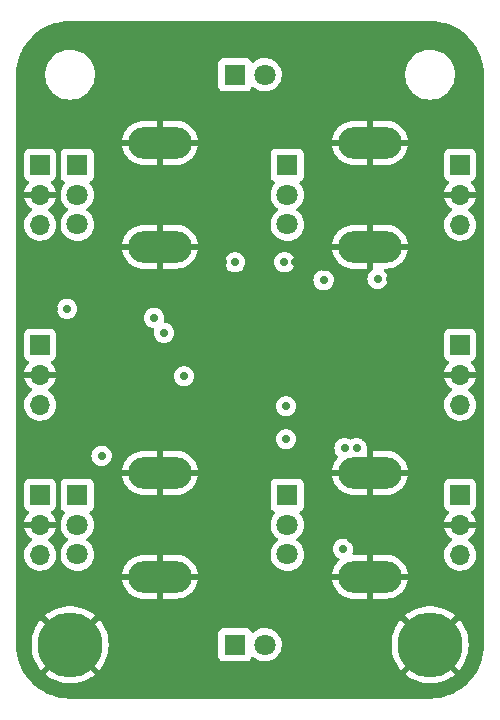
<source format=gbr>
%TF.GenerationSoftware,KiCad,Pcbnew,(6.0.9-0)*%
%TF.CreationDate,2024-03-23T11:29:48+01:00*%
%TF.ProjectId,attenuverters,61747465-6e75-4766-9572-746572732e6b,rev?*%
%TF.SameCoordinates,Original*%
%TF.FileFunction,Copper,L2,Inr*%
%TF.FilePolarity,Positive*%
%FSLAX46Y46*%
G04 Gerber Fmt 4.6, Leading zero omitted, Abs format (unit mm)*
G04 Created by KiCad (PCBNEW (6.0.9-0)) date 2024-03-23 11:29:48*
%MOMM*%
%LPD*%
G01*
G04 APERTURE LIST*
%TA.AperFunction,ComponentPad*%
%ADD10R,1.800000X1.800000*%
%TD*%
%TA.AperFunction,ComponentPad*%
%ADD11C,1.800000*%
%TD*%
%TA.AperFunction,ComponentPad*%
%ADD12R,1.700000X1.700000*%
%TD*%
%TA.AperFunction,ComponentPad*%
%ADD13O,1.700000X1.700000*%
%TD*%
%TA.AperFunction,ComponentPad*%
%ADD14O,5.400000X2.700000*%
%TD*%
%TA.AperFunction,ComponentPad*%
%ADD15C,5.500000*%
%TD*%
%TA.AperFunction,ViaPad*%
%ADD16C,0.700000*%
%TD*%
G04 APERTURE END LIST*
D10*
%TO.N,Net-(D2-Pad1)*%
%TO.C,D2*%
X19050000Y-53340000D03*
D11*
%TO.N,Net-(D2-Pad2)*%
X21590000Y-53340000D03*
%TD*%
D10*
%TO.N,Net-(D1-Pad1)*%
%TO.C,D1*%
X19050000Y-5080000D03*
D11*
%TO.N,Net-(D1-Pad2)*%
X21590000Y-5080000D03*
%TD*%
D12*
%TO.N,/In1*%
%TO.C,J1*%
X2540000Y-12700000D03*
D13*
%TO.N,/GND*%
X2540000Y-15240000D03*
%TO.N,/Out1*%
X2540000Y-17780000D03*
%TD*%
D14*
%TO.N,/GND*%
%TO.C,RV3*%
X30480000Y-19640000D03*
X30480000Y-10840000D03*
D10*
%TO.N,Net-(R5-Pad2)*%
X23480000Y-12740000D03*
D11*
%TO.N,Net-(R9-Pad2)*%
X23480000Y-15240000D03*
%TO.N,Net-(R6-Pad1)*%
X23480000Y-17740000D03*
%TD*%
D14*
%TO.N,/GND*%
%TO.C,RV1*%
X12700000Y-19640000D03*
X12700000Y-10840000D03*
D10*
%TO.N,/In1*%
X5700000Y-12740000D03*
D11*
%TO.N,Net-(RV1-Pad2)*%
X5700000Y-15240000D03*
%TO.N,/+4.5V*%
X5700000Y-17740000D03*
%TD*%
D12*
%TO.N,/+9V*%
%TO.C,J2*%
X2540000Y-27940000D03*
D13*
%TO.N,/GND*%
X2540000Y-30480000D03*
%TO.N,/+4.5V*%
X2540000Y-33020000D03*
%TD*%
D12*
%TO.N,/In2*%
%TO.C,J6*%
X2540000Y-40640000D03*
D13*
%TO.N,/GND*%
X2540000Y-43180000D03*
%TO.N,/Out2*%
X2540000Y-45720000D03*
%TD*%
D14*
%TO.N,/GND*%
%TO.C,RV2*%
X12700000Y-38780000D03*
X12700000Y-47580000D03*
D10*
%TO.N,/In2*%
X5700000Y-40680000D03*
D11*
%TO.N,Net-(RV2-Pad2)*%
X5700000Y-43180000D03*
%TO.N,/+4.5V*%
X5700000Y-45680000D03*
%TD*%
D12*
%TO.N,/+9V*%
%TO.C,J5*%
X38100000Y-27940000D03*
D13*
%TO.N,/GND*%
X38100000Y-30480000D03*
%TO.N,/+4.5V*%
X38100000Y-33020000D03*
%TD*%
D15*
%TO.N,/GND*%
%TO.C,H1*%
X35560000Y-53340000D03*
%TD*%
D12*
%TO.N,/In2*%
%TO.C,J3*%
X38100000Y-40640000D03*
D13*
%TO.N,/GND*%
X38100000Y-43180000D03*
%TO.N,/Out2*%
X38100000Y-45720000D03*
%TD*%
D12*
%TO.N,/In1*%
%TO.C,J4*%
X38100000Y-12700000D03*
D13*
%TO.N,/GND*%
X38100000Y-15240000D03*
%TO.N,/Out1*%
X38100000Y-17780000D03*
%TD*%
D15*
%TO.N,/GND*%
%TO.C,H3*%
X5080000Y-53340000D03*
%TD*%
D14*
%TO.N,/GND*%
%TO.C,RV4*%
X30480000Y-47580000D03*
X30480000Y-38780000D03*
D10*
%TO.N,Net-(R7-Pad1)*%
X23480000Y-40680000D03*
D11*
%TO.N,Net-(R11-Pad2)*%
X23480000Y-43180000D03*
%TO.N,Net-(R8-Pad1)*%
X23480000Y-45680000D03*
%TD*%
D16*
%TO.N,Net-(C1-Pad1)*%
X19050000Y-20955000D03*
X23230497Y-20955000D03*
%TO.N,/+9V*%
X13041500Y-26924000D03*
X23368000Y-35941000D03*
X23368000Y-33147000D03*
%TO.N,/GND*%
X34417000Y-29337000D03*
X32131000Y-22352000D03*
X28829000Y-44412500D03*
X26797000Y-25400000D03*
X18034000Y-20955000D03*
X21590000Y-48387000D03*
X13462000Y-30607000D03*
X19685000Y-14097000D03*
X3683000Y-24892000D03*
X24130000Y-20955000D03*
X26543000Y-21336000D03*
X7747000Y-38608000D03*
%TO.N,/+4.5V*%
X12192000Y-25654000D03*
X26543000Y-22479000D03*
X31115000Y-22352000D03*
X14732000Y-30607000D03*
X28321000Y-36703000D03*
X29337000Y-36703000D03*
%TO.N,/Out1*%
X4826000Y-24892000D03*
%TO.N,/In2*%
X7747000Y-37338000D03*
%TO.N,/Out2*%
X28194000Y-45212000D03*
%TD*%
%TA.AperFunction,Conductor*%
%TO.N,/GND*%
G36*
X35530018Y-510000D02*
G01*
X35544851Y-512310D01*
X35544855Y-512310D01*
X35553724Y-513691D01*
X35574183Y-511016D01*
X35596008Y-510072D01*
X35952937Y-525656D01*
X35963886Y-526614D01*
X36348379Y-577233D01*
X36359205Y-579142D01*
X36737822Y-663080D01*
X36748439Y-665925D01*
X36918702Y-719608D01*
X37118302Y-782542D01*
X37128615Y-786295D01*
X37486932Y-934715D01*
X37496876Y-939353D01*
X37840867Y-1118423D01*
X37850387Y-1123919D01*
X38177468Y-1332292D01*
X38186472Y-1338597D01*
X38494138Y-1574678D01*
X38502558Y-1581743D01*
X38788483Y-1843744D01*
X38796256Y-1851517D01*
X39058257Y-2137442D01*
X39065322Y-2145862D01*
X39301403Y-2453528D01*
X39307708Y-2462532D01*
X39516081Y-2789613D01*
X39521576Y-2799132D01*
X39653193Y-3051964D01*
X39700643Y-3143115D01*
X39705285Y-3153068D01*
X39827895Y-3449074D01*
X39853702Y-3511377D01*
X39857458Y-3521698D01*
X39904807Y-3671869D01*
X39974075Y-3891561D01*
X39976920Y-3902178D01*
X40060858Y-4280795D01*
X40062767Y-4291621D01*
X40113386Y-4676114D01*
X40114344Y-4687063D01*
X40125521Y-4943049D01*
X40129603Y-5036552D01*
X40128223Y-5061429D01*
X40126309Y-5073724D01*
X40127473Y-5082626D01*
X40127473Y-5082628D01*
X40130436Y-5105283D01*
X40131500Y-5121621D01*
X40131500Y-53290633D01*
X40130000Y-53310018D01*
X40127690Y-53324851D01*
X40127690Y-53324855D01*
X40126309Y-53333724D01*
X40128984Y-53354183D01*
X40129928Y-53376008D01*
X40115590Y-53704408D01*
X40114344Y-53732936D01*
X40113386Y-53743886D01*
X40062767Y-54128379D01*
X40060858Y-54139205D01*
X39976920Y-54517822D01*
X39974075Y-54528439D01*
X39934607Y-54653616D01*
X39904691Y-54748500D01*
X39857461Y-54898294D01*
X39853702Y-54908623D01*
X39705289Y-55266923D01*
X39700647Y-55276876D01*
X39609591Y-55451794D01*
X39521577Y-55620867D01*
X39516081Y-55630387D01*
X39307708Y-55957468D01*
X39301403Y-55966472D01*
X39065322Y-56274138D01*
X39058257Y-56282558D01*
X38796256Y-56568483D01*
X38788483Y-56576256D01*
X38502558Y-56838257D01*
X38494138Y-56845322D01*
X38186472Y-57081403D01*
X38177468Y-57087708D01*
X37850387Y-57296081D01*
X37840868Y-57301576D01*
X37496876Y-57480647D01*
X37486932Y-57485285D01*
X37128615Y-57633705D01*
X37118302Y-57637458D01*
X36918702Y-57700392D01*
X36748439Y-57754075D01*
X36737822Y-57756920D01*
X36359205Y-57840858D01*
X36348379Y-57842767D01*
X35963886Y-57893386D01*
X35952937Y-57894344D01*
X35603446Y-57909603D01*
X35578571Y-57908223D01*
X35566276Y-57906309D01*
X35557374Y-57907473D01*
X35557372Y-57907473D01*
X35542323Y-57909441D01*
X35534714Y-57910436D01*
X35518379Y-57911500D01*
X5129367Y-57911500D01*
X5109982Y-57910000D01*
X5095149Y-57907690D01*
X5095145Y-57907690D01*
X5086276Y-57906309D01*
X5065817Y-57908984D01*
X5043992Y-57909928D01*
X4687063Y-57894344D01*
X4676114Y-57893386D01*
X4291621Y-57842767D01*
X4280795Y-57840858D01*
X3902178Y-57756920D01*
X3891561Y-57754075D01*
X3721298Y-57700392D01*
X3521698Y-57637458D01*
X3511385Y-57633705D01*
X3153068Y-57485285D01*
X3143124Y-57480647D01*
X2799132Y-57301576D01*
X2789613Y-57296081D01*
X2462532Y-57087708D01*
X2453528Y-57081403D01*
X2145862Y-56845322D01*
X2137442Y-56838257D01*
X1851517Y-56576256D01*
X1843744Y-56568483D01*
X1581743Y-56282558D01*
X1574678Y-56274138D01*
X1338597Y-55966472D01*
X1332292Y-55957468D01*
X1244326Y-55819389D01*
X2965541Y-55819389D01*
X2973678Y-55830395D01*
X3233938Y-56030099D01*
X3239537Y-56033933D01*
X3535261Y-56213736D01*
X3541251Y-56216948D01*
X3854657Y-56363758D01*
X3860961Y-56366305D01*
X4188384Y-56478406D01*
X4194935Y-56480260D01*
X4532539Y-56556342D01*
X4539258Y-56557479D01*
X4883113Y-56596657D01*
X4889903Y-56597060D01*
X5235973Y-56598872D01*
X5242774Y-56598540D01*
X5587020Y-56562966D01*
X5593748Y-56561900D01*
X5932144Y-56489353D01*
X5938693Y-56487574D01*
X6267278Y-56378905D01*
X6273620Y-56376419D01*
X6588523Y-56232910D01*
X6594577Y-56229745D01*
X6892128Y-56053073D01*
X6897809Y-56049270D01*
X7174547Y-55841489D01*
X7179771Y-55837105D01*
X7186238Y-55831053D01*
X7193118Y-55819389D01*
X33445541Y-55819389D01*
X33453678Y-55830395D01*
X33713938Y-56030099D01*
X33719537Y-56033933D01*
X34015261Y-56213736D01*
X34021251Y-56216948D01*
X34334657Y-56363758D01*
X34340961Y-56366305D01*
X34668384Y-56478406D01*
X34674935Y-56480260D01*
X35012539Y-56556342D01*
X35019258Y-56557479D01*
X35363113Y-56596657D01*
X35369903Y-56597060D01*
X35715973Y-56598872D01*
X35722774Y-56598540D01*
X36067020Y-56562966D01*
X36073748Y-56561900D01*
X36412144Y-56489353D01*
X36418693Y-56487574D01*
X36747278Y-56378905D01*
X36753620Y-56376419D01*
X37068523Y-56232910D01*
X37074577Y-56229745D01*
X37372128Y-56053073D01*
X37377809Y-56049270D01*
X37654547Y-55841489D01*
X37659771Y-55837105D01*
X37666238Y-55831053D01*
X37674307Y-55817373D01*
X37674280Y-55816649D01*
X37669136Y-55808346D01*
X35572812Y-53712022D01*
X35558868Y-53704408D01*
X35557035Y-53704539D01*
X35550420Y-53708790D01*
X33452422Y-55806788D01*
X33445541Y-55819389D01*
X7193118Y-55819389D01*
X7194307Y-55817373D01*
X7194280Y-55816649D01*
X7189136Y-55808346D01*
X5092812Y-53712022D01*
X5078868Y-53704408D01*
X5077035Y-53704539D01*
X5070420Y-53708790D01*
X2972422Y-55806788D01*
X2965541Y-55819389D01*
X1244326Y-55819389D01*
X1123919Y-55630387D01*
X1118423Y-55620867D01*
X1030409Y-55451794D01*
X939353Y-55276876D01*
X934711Y-55266923D01*
X786298Y-54908623D01*
X782539Y-54898294D01*
X735310Y-54748500D01*
X705393Y-54653616D01*
X665925Y-54528439D01*
X663080Y-54517822D01*
X579142Y-54139205D01*
X577233Y-54128379D01*
X526614Y-53743886D01*
X525656Y-53732936D01*
X510561Y-53387208D01*
X512188Y-53360805D01*
X512769Y-53357352D01*
X512770Y-53357345D01*
X513576Y-53352552D01*
X513729Y-53340000D01*
X512584Y-53332007D01*
X1817407Y-53332007D01*
X1834917Y-53677659D01*
X1835627Y-53684415D01*
X1890363Y-54026141D01*
X1891802Y-54032796D01*
X1983122Y-54366604D01*
X1985271Y-54373065D01*
X2112110Y-54695067D01*
X2114941Y-54701250D01*
X2275815Y-55007670D01*
X2279298Y-55013513D01*
X2472321Y-55300761D01*
X2476424Y-55306205D01*
X2591911Y-55443351D01*
X2604650Y-55451794D01*
X2615094Y-55445696D01*
X4707978Y-53352812D01*
X4714356Y-53341132D01*
X5444408Y-53341132D01*
X5444539Y-53342965D01*
X5448790Y-53349580D01*
X7543553Y-55444343D01*
X7557150Y-55451768D01*
X7566761Y-55445068D01*
X7662845Y-55333360D01*
X7667003Y-55327960D01*
X7863023Y-55042751D01*
X7866570Y-55036940D01*
X8030634Y-54732238D01*
X8033541Y-54726060D01*
X8163744Y-54405411D01*
X8165958Y-54398981D01*
X8197533Y-54288134D01*
X17641500Y-54288134D01*
X17648255Y-54350316D01*
X17699385Y-54486705D01*
X17786739Y-54603261D01*
X17903295Y-54690615D01*
X18039684Y-54741745D01*
X18101866Y-54748500D01*
X19998134Y-54748500D01*
X20060316Y-54741745D01*
X20196705Y-54690615D01*
X20313261Y-54603261D01*
X20400615Y-54486705D01*
X20425180Y-54421178D01*
X20467822Y-54364414D01*
X20534383Y-54339714D01*
X20603732Y-54354921D01*
X20623647Y-54368464D01*
X20688724Y-54422492D01*
X20779349Y-54497730D01*
X20979322Y-54614584D01*
X21195694Y-54697209D01*
X21200760Y-54698240D01*
X21200761Y-54698240D01*
X21215556Y-54701250D01*
X21422656Y-54743385D01*
X21552089Y-54748131D01*
X21648949Y-54751683D01*
X21648953Y-54751683D01*
X21654113Y-54751872D01*
X21659233Y-54751216D01*
X21659235Y-54751216D01*
X21733166Y-54741745D01*
X21883847Y-54722442D01*
X21888795Y-54720957D01*
X21888802Y-54720956D01*
X22100747Y-54657369D01*
X22105690Y-54655886D01*
X22186236Y-54616427D01*
X22309049Y-54556262D01*
X22309052Y-54556260D01*
X22313684Y-54553991D01*
X22502243Y-54419494D01*
X22666303Y-54256005D01*
X22801458Y-54067917D01*
X22805612Y-54059513D01*
X22901784Y-53864922D01*
X22901785Y-53864920D01*
X22904078Y-53860280D01*
X22971408Y-53638671D01*
X23001640Y-53409041D01*
X23001722Y-53405691D01*
X23003245Y-53343365D01*
X23003245Y-53343361D01*
X23003327Y-53340000D01*
X23002670Y-53332007D01*
X32297407Y-53332007D01*
X32314917Y-53677659D01*
X32315627Y-53684415D01*
X32370363Y-54026141D01*
X32371802Y-54032796D01*
X32463122Y-54366604D01*
X32465271Y-54373065D01*
X32592110Y-54695067D01*
X32594941Y-54701250D01*
X32755815Y-55007670D01*
X32759298Y-55013513D01*
X32952321Y-55300761D01*
X32956424Y-55306205D01*
X33071911Y-55443351D01*
X33084650Y-55451794D01*
X33095094Y-55445696D01*
X35187978Y-53352812D01*
X35194356Y-53341132D01*
X35924408Y-53341132D01*
X35924539Y-53342965D01*
X35928790Y-53349580D01*
X38023553Y-55444343D01*
X38037150Y-55451768D01*
X38046761Y-55445068D01*
X38142845Y-55333360D01*
X38147003Y-55327960D01*
X38343023Y-55042751D01*
X38346570Y-55036940D01*
X38510634Y-54732238D01*
X38513541Y-54726060D01*
X38643744Y-54405411D01*
X38645958Y-54398981D01*
X38740769Y-54066143D01*
X38742276Y-54059513D01*
X38800590Y-53718362D01*
X38801370Y-53711622D01*
X38822595Y-53364576D01*
X38822711Y-53360973D01*
X38822779Y-53341819D01*
X38822687Y-53338194D01*
X38803885Y-52991023D01*
X38803150Y-52984257D01*
X38747224Y-52642738D01*
X38745757Y-52636066D01*
X38653278Y-52302597D01*
X38651104Y-52296134D01*
X38523143Y-51974583D01*
X38520290Y-51968409D01*
X38358343Y-51662545D01*
X38354849Y-51656728D01*
X38160813Y-51370140D01*
X38156699Y-51364721D01*
X38048090Y-51236653D01*
X38035265Y-51228217D01*
X38024940Y-51234270D01*
X35932022Y-53327188D01*
X35924408Y-53341132D01*
X35194356Y-53341132D01*
X35195592Y-53338868D01*
X35195461Y-53337035D01*
X35191210Y-53330420D01*
X33096457Y-51235667D01*
X33082920Y-51228275D01*
X33073219Y-51235063D01*
X32970220Y-51355659D01*
X32966066Y-51361092D01*
X32771056Y-51646965D01*
X32767521Y-51652802D01*
X32604518Y-51958080D01*
X32601642Y-51964249D01*
X32472558Y-52285355D01*
X32470365Y-52291795D01*
X32376714Y-52624968D01*
X32375231Y-52631603D01*
X32318112Y-52972936D01*
X32317353Y-52979708D01*
X32297431Y-53325212D01*
X32297407Y-53332007D01*
X23002670Y-53332007D01*
X22997032Y-53263434D01*
X22984773Y-53114318D01*
X22984772Y-53114312D01*
X22984349Y-53109167D01*
X22950797Y-52975592D01*
X22929184Y-52889544D01*
X22929183Y-52889540D01*
X22927925Y-52884533D01*
X22835570Y-52672131D01*
X22709764Y-52477665D01*
X22553887Y-52306358D01*
X22549836Y-52303159D01*
X22549832Y-52303155D01*
X22376177Y-52166011D01*
X22376172Y-52166008D01*
X22372123Y-52162810D01*
X22367607Y-52160317D01*
X22367604Y-52160315D01*
X22173879Y-52053373D01*
X22173875Y-52053371D01*
X22169355Y-52050876D01*
X22164486Y-52049152D01*
X22164482Y-52049150D01*
X21955903Y-51975288D01*
X21955899Y-51975287D01*
X21951028Y-51973562D01*
X21945935Y-51972655D01*
X21945932Y-51972654D01*
X21728095Y-51933851D01*
X21728089Y-51933850D01*
X21723006Y-51932945D01*
X21650096Y-51932054D01*
X21496581Y-51930179D01*
X21496579Y-51930179D01*
X21491411Y-51930116D01*
X21262464Y-51965150D01*
X21042314Y-52037106D01*
X21037726Y-52039494D01*
X21037722Y-52039496D01*
X20841461Y-52141663D01*
X20836872Y-52144052D01*
X20832739Y-52147155D01*
X20832736Y-52147157D01*
X20760088Y-52201703D01*
X20651655Y-52283117D01*
X20639216Y-52296134D01*
X20634170Y-52301414D01*
X20572646Y-52336844D01*
X20501733Y-52333387D01*
X20443947Y-52292141D01*
X20425094Y-52258592D01*
X20403768Y-52201705D01*
X20403767Y-52201703D01*
X20400615Y-52193295D01*
X20313261Y-52076739D01*
X20196705Y-51989385D01*
X20060316Y-51938255D01*
X19998134Y-51931500D01*
X18101866Y-51931500D01*
X18039684Y-51938255D01*
X17903295Y-51989385D01*
X17786739Y-52076739D01*
X17699385Y-52193295D01*
X17648255Y-52329684D01*
X17641500Y-52391866D01*
X17641500Y-54288134D01*
X8197533Y-54288134D01*
X8260769Y-54066143D01*
X8262276Y-54059513D01*
X8320590Y-53718362D01*
X8321370Y-53711622D01*
X8342595Y-53364576D01*
X8342711Y-53360973D01*
X8342779Y-53341819D01*
X8342687Y-53338194D01*
X8323885Y-52991023D01*
X8323150Y-52984257D01*
X8267224Y-52642738D01*
X8265757Y-52636066D01*
X8173278Y-52302597D01*
X8171104Y-52296134D01*
X8043143Y-51974583D01*
X8040290Y-51968409D01*
X7878343Y-51662545D01*
X7874849Y-51656728D01*
X7680813Y-51370140D01*
X7676699Y-51364721D01*
X7568090Y-51236653D01*
X7555265Y-51228217D01*
X7544940Y-51234270D01*
X5452022Y-53327188D01*
X5444408Y-53341132D01*
X4714356Y-53341132D01*
X4715592Y-53338868D01*
X4715461Y-53337035D01*
X4711210Y-53330420D01*
X2616457Y-51235667D01*
X2602920Y-51228275D01*
X2593219Y-51235063D01*
X2490220Y-51355659D01*
X2486066Y-51361092D01*
X2291056Y-51646965D01*
X2287521Y-51652802D01*
X2124518Y-51958080D01*
X2121642Y-51964249D01*
X1992558Y-52285355D01*
X1990365Y-52291795D01*
X1896714Y-52624968D01*
X1895231Y-52631603D01*
X1838112Y-52972936D01*
X1837353Y-52979708D01*
X1817431Y-53325212D01*
X1817407Y-53332007D01*
X512584Y-53332007D01*
X509773Y-53312376D01*
X508500Y-53294514D01*
X508500Y-50862234D01*
X2965322Y-50862234D01*
X2965357Y-50863075D01*
X2970410Y-50871200D01*
X5067188Y-52967978D01*
X5081132Y-52975592D01*
X5082965Y-52975461D01*
X5089580Y-52971210D01*
X7187431Y-50873359D01*
X7193506Y-50862234D01*
X33445322Y-50862234D01*
X33445357Y-50863075D01*
X33450410Y-50871200D01*
X35547188Y-52967978D01*
X35561132Y-52975592D01*
X35562965Y-52975461D01*
X35569580Y-52971210D01*
X37667431Y-50873359D01*
X37675045Y-50859415D01*
X37674977Y-50858460D01*
X37671024Y-50852482D01*
X37396667Y-50643479D01*
X37391041Y-50639655D01*
X37094706Y-50460894D01*
X37088694Y-50457697D01*
X36774774Y-50311980D01*
X36768474Y-50309460D01*
X36440664Y-50198503D01*
X36434086Y-50196667D01*
X36096237Y-50121768D01*
X36089499Y-50120652D01*
X35745515Y-50082675D01*
X35738735Y-50082296D01*
X35392636Y-50081693D01*
X35385863Y-50082048D01*
X35041726Y-50118825D01*
X35035016Y-50119912D01*
X34696883Y-50193637D01*
X34690308Y-50195448D01*
X34362117Y-50305259D01*
X34355795Y-50307762D01*
X34041388Y-50452373D01*
X34035345Y-50455559D01*
X33738402Y-50633276D01*
X33732756Y-50637085D01*
X33456726Y-50845844D01*
X33453140Y-50848875D01*
X33445322Y-50862234D01*
X7193506Y-50862234D01*
X7195045Y-50859415D01*
X7194977Y-50858460D01*
X7191024Y-50852482D01*
X6916667Y-50643479D01*
X6911041Y-50639655D01*
X6614706Y-50460894D01*
X6608694Y-50457697D01*
X6294774Y-50311980D01*
X6288474Y-50309460D01*
X5960664Y-50198503D01*
X5954086Y-50196667D01*
X5616237Y-50121768D01*
X5609499Y-50120652D01*
X5265515Y-50082675D01*
X5258735Y-50082296D01*
X4912636Y-50081693D01*
X4905863Y-50082048D01*
X4561726Y-50118825D01*
X4555016Y-50119912D01*
X4216883Y-50193637D01*
X4210308Y-50195448D01*
X3882117Y-50305259D01*
X3875795Y-50307762D01*
X3561388Y-50452373D01*
X3555345Y-50455559D01*
X3258402Y-50633276D01*
X3252756Y-50637085D01*
X2976726Y-50845844D01*
X2973140Y-50848875D01*
X2965322Y-50862234D01*
X508500Y-50862234D01*
X508500Y-47850512D01*
X9509286Y-47850512D01*
X9512685Y-47886133D01*
X9514205Y-47895125D01*
X9576122Y-48148158D01*
X9578922Y-48156827D01*
X9676722Y-48398282D01*
X9680744Y-48406455D01*
X9812368Y-48631253D01*
X9817531Y-48638765D01*
X9980231Y-48842213D01*
X9986420Y-48848896D01*
X10176794Y-49026733D01*
X10183871Y-49032443D01*
X10397918Y-49180934D01*
X10405759Y-49185571D01*
X10638997Y-49301604D01*
X10647422Y-49305060D01*
X10894974Y-49386212D01*
X10903799Y-49388412D01*
X11161189Y-49433103D01*
X11168807Y-49433950D01*
X11248592Y-49437922D01*
X11251733Y-49438000D01*
X12427885Y-49438000D01*
X12443124Y-49433525D01*
X12444329Y-49432135D01*
X12446000Y-49424452D01*
X12446000Y-49419885D01*
X12954000Y-49419885D01*
X12958475Y-49435124D01*
X12959865Y-49436329D01*
X12967548Y-49438000D01*
X14116206Y-49438000D01*
X14120777Y-49437835D01*
X14314380Y-49423787D01*
X14323389Y-49422473D01*
X14577769Y-49366311D01*
X14586499Y-49363708D01*
X14830107Y-49271414D01*
X14838368Y-49267579D01*
X15066101Y-49141085D01*
X15073726Y-49136095D01*
X15280809Y-48978054D01*
X15287636Y-48972014D01*
X15469735Y-48785736D01*
X15475618Y-48778774D01*
X15628922Y-48568157D01*
X15633733Y-48560427D01*
X15755031Y-48329878D01*
X15758678Y-48321528D01*
X15845419Y-48075901D01*
X15847825Y-48067106D01*
X15890267Y-47851775D01*
X15890152Y-47850512D01*
X27289286Y-47850512D01*
X27292685Y-47886133D01*
X27294205Y-47895125D01*
X27356122Y-48148158D01*
X27358922Y-48156827D01*
X27456722Y-48398282D01*
X27460744Y-48406455D01*
X27592368Y-48631253D01*
X27597531Y-48638765D01*
X27760231Y-48842213D01*
X27766420Y-48848896D01*
X27956794Y-49026733D01*
X27963871Y-49032443D01*
X28177918Y-49180934D01*
X28185759Y-49185571D01*
X28418997Y-49301604D01*
X28427422Y-49305060D01*
X28674974Y-49386212D01*
X28683799Y-49388412D01*
X28941189Y-49433103D01*
X28948807Y-49433950D01*
X29028592Y-49437922D01*
X29031733Y-49438000D01*
X30207885Y-49438000D01*
X30223124Y-49433525D01*
X30224329Y-49432135D01*
X30226000Y-49424452D01*
X30226000Y-49419885D01*
X30734000Y-49419885D01*
X30738475Y-49435124D01*
X30739865Y-49436329D01*
X30747548Y-49438000D01*
X31896206Y-49438000D01*
X31900777Y-49437835D01*
X32094380Y-49423787D01*
X32103389Y-49422473D01*
X32357769Y-49366311D01*
X32366499Y-49363708D01*
X32610107Y-49271414D01*
X32618368Y-49267579D01*
X32846101Y-49141085D01*
X32853726Y-49136095D01*
X33060809Y-48978054D01*
X33067636Y-48972014D01*
X33249735Y-48785736D01*
X33255618Y-48778774D01*
X33408922Y-48568157D01*
X33413733Y-48560427D01*
X33535031Y-48329878D01*
X33538678Y-48321528D01*
X33625419Y-48075901D01*
X33627825Y-48067106D01*
X33670267Y-47851775D01*
X33669088Y-47838863D01*
X33653985Y-47834000D01*
X30752115Y-47834000D01*
X30736876Y-47838475D01*
X30735671Y-47839865D01*
X30734000Y-47847548D01*
X30734000Y-49419885D01*
X30226000Y-49419885D01*
X30226000Y-47852115D01*
X30221525Y-47836876D01*
X30220135Y-47835671D01*
X30212452Y-47834000D01*
X27305826Y-47834000D01*
X27291349Y-47838251D01*
X27289286Y-47850512D01*
X15890152Y-47850512D01*
X15889088Y-47838863D01*
X15873985Y-47834000D01*
X12972115Y-47834000D01*
X12956876Y-47838475D01*
X12955671Y-47839865D01*
X12954000Y-47847548D01*
X12954000Y-49419885D01*
X12446000Y-49419885D01*
X12446000Y-47852115D01*
X12441525Y-47836876D01*
X12440135Y-47835671D01*
X12432452Y-47834000D01*
X9525826Y-47834000D01*
X9511349Y-47838251D01*
X9509286Y-47850512D01*
X508500Y-47850512D01*
X508500Y-47308225D01*
X9509733Y-47308225D01*
X9510912Y-47321137D01*
X9526015Y-47326000D01*
X12427885Y-47326000D01*
X12443124Y-47321525D01*
X12444329Y-47320135D01*
X12446000Y-47312452D01*
X12446000Y-47307885D01*
X12954000Y-47307885D01*
X12958475Y-47323124D01*
X12959865Y-47324329D01*
X12967548Y-47326000D01*
X15874174Y-47326000D01*
X15888651Y-47321749D01*
X15890714Y-47309488D01*
X15890593Y-47308225D01*
X27289733Y-47308225D01*
X27290912Y-47321137D01*
X27306015Y-47326000D01*
X30207885Y-47326000D01*
X30223124Y-47321525D01*
X30224329Y-47320135D01*
X30226000Y-47312452D01*
X30226000Y-47307885D01*
X30734000Y-47307885D01*
X30738475Y-47323124D01*
X30739865Y-47324329D01*
X30747548Y-47326000D01*
X33654174Y-47326000D01*
X33668651Y-47321749D01*
X33670714Y-47309488D01*
X33667315Y-47273867D01*
X33665795Y-47264875D01*
X33603878Y-47011842D01*
X33601078Y-47003173D01*
X33503278Y-46761718D01*
X33499256Y-46753545D01*
X33367632Y-46528747D01*
X33362469Y-46521235D01*
X33199769Y-46317787D01*
X33193580Y-46311104D01*
X33003206Y-46133267D01*
X32996129Y-46127557D01*
X32782082Y-45979066D01*
X32774241Y-45974429D01*
X32541003Y-45858396D01*
X32532578Y-45854940D01*
X32285026Y-45773788D01*
X32276201Y-45771588D01*
X32018811Y-45726897D01*
X32011193Y-45726050D01*
X31931408Y-45722078D01*
X31928267Y-45722000D01*
X30752115Y-45722000D01*
X30736876Y-45726475D01*
X30735671Y-45727865D01*
X30734000Y-45735548D01*
X30734000Y-47307885D01*
X30226000Y-47307885D01*
X30226000Y-45740115D01*
X30221525Y-45724876D01*
X30220135Y-45723671D01*
X30212452Y-45722000D01*
X29104395Y-45722000D01*
X29036274Y-45701998D01*
X29023014Y-45686695D01*
X36737251Y-45686695D01*
X36737548Y-45691848D01*
X36737548Y-45691851D01*
X36748892Y-45888586D01*
X36750110Y-45909715D01*
X36751247Y-45914761D01*
X36751248Y-45914767D01*
X36764694Y-45974429D01*
X36799222Y-46127639D01*
X36837461Y-46221811D01*
X36876433Y-46317787D01*
X36883266Y-46334616D01*
X36885965Y-46339020D01*
X36996025Y-46518622D01*
X36999987Y-46525088D01*
X37146250Y-46693938D01*
X37318126Y-46836632D01*
X37511000Y-46949338D01*
X37719692Y-47029030D01*
X37724760Y-47030061D01*
X37724763Y-47030062D01*
X37832017Y-47051883D01*
X37938597Y-47073567D01*
X37943772Y-47073757D01*
X37943774Y-47073757D01*
X38156673Y-47081564D01*
X38156677Y-47081564D01*
X38161837Y-47081753D01*
X38166957Y-47081097D01*
X38166959Y-47081097D01*
X38378288Y-47054025D01*
X38378289Y-47054025D01*
X38383416Y-47053368D01*
X38433840Y-47038240D01*
X38592429Y-46990661D01*
X38592434Y-46990659D01*
X38597384Y-46989174D01*
X38797994Y-46890896D01*
X38979860Y-46761173D01*
X39138096Y-46603489D01*
X39146465Y-46591843D01*
X39265435Y-46426277D01*
X39268453Y-46422077D01*
X39275452Y-46407917D01*
X39365136Y-46226453D01*
X39365137Y-46226451D01*
X39367430Y-46221811D01*
X39422220Y-46041477D01*
X39430865Y-46013023D01*
X39430865Y-46013021D01*
X39432370Y-46008069D01*
X39461529Y-45786590D01*
X39461896Y-45771588D01*
X39463074Y-45723365D01*
X39463074Y-45723361D01*
X39463156Y-45720000D01*
X39444852Y-45497361D01*
X39390431Y-45280702D01*
X39301354Y-45075840D01*
X39180014Y-44888277D01*
X39029670Y-44723051D01*
X39025619Y-44719852D01*
X39025615Y-44719848D01*
X38858414Y-44587800D01*
X38858410Y-44587798D01*
X38854359Y-44584598D01*
X38837710Y-44575407D01*
X38812569Y-44561529D01*
X38762598Y-44511097D01*
X38747826Y-44441654D01*
X38772942Y-44375248D01*
X38800294Y-44348641D01*
X38975328Y-44223792D01*
X38983200Y-44217139D01*
X39134052Y-44066812D01*
X39140730Y-44058965D01*
X39265003Y-43886020D01*
X39270313Y-43877183D01*
X39364670Y-43686267D01*
X39368469Y-43676672D01*
X39430377Y-43472910D01*
X39432555Y-43462837D01*
X39433986Y-43451962D01*
X39431775Y-43437778D01*
X39418617Y-43434000D01*
X36783225Y-43434000D01*
X36769694Y-43437973D01*
X36768257Y-43447966D01*
X36798565Y-43582446D01*
X36801645Y-43592275D01*
X36881770Y-43789603D01*
X36886413Y-43798794D01*
X36997694Y-43980388D01*
X37003777Y-43988699D01*
X37143213Y-44149667D01*
X37150580Y-44156883D01*
X37314434Y-44292916D01*
X37322881Y-44298831D01*
X37391969Y-44339203D01*
X37440693Y-44390842D01*
X37453764Y-44460625D01*
X37427033Y-44526396D01*
X37386584Y-44559752D01*
X37373607Y-44566507D01*
X37369474Y-44569610D01*
X37369471Y-44569612D01*
X37199100Y-44697530D01*
X37194965Y-44700635D01*
X37040629Y-44862138D01*
X36914743Y-45046680D01*
X36899003Y-45080590D01*
X36829861Y-45229544D01*
X36820688Y-45249305D01*
X36760989Y-45464570D01*
X36737251Y-45686695D01*
X29023014Y-45686695D01*
X28989781Y-45648342D01*
X28979677Y-45578068D01*
X28984562Y-45557064D01*
X29005592Y-45492342D01*
X29028999Y-45420301D01*
X29036325Y-45397754D01*
X29036325Y-45397753D01*
X29038365Y-45391475D01*
X29053802Y-45244610D01*
X29056539Y-45218565D01*
X29057229Y-45212000D01*
X29038365Y-45032525D01*
X29020527Y-44977623D01*
X28992907Y-44892617D01*
X28982599Y-44860893D01*
X28892367Y-44704607D01*
X28839920Y-44646358D01*
X28776035Y-44575407D01*
X28776034Y-44575406D01*
X28771613Y-44570496D01*
X28720056Y-44533037D01*
X28630957Y-44468303D01*
X28630956Y-44468302D01*
X28625615Y-44464422D01*
X28619587Y-44461738D01*
X28619585Y-44461737D01*
X28466783Y-44393705D01*
X28466781Y-44393705D01*
X28460752Y-44391020D01*
X28372492Y-44372260D01*
X28290689Y-44354872D01*
X28290685Y-44354872D01*
X28284232Y-44353500D01*
X28103768Y-44353500D01*
X28097315Y-44354872D01*
X28097311Y-44354872D01*
X28015508Y-44372260D01*
X27927248Y-44391020D01*
X27921219Y-44393704D01*
X27921217Y-44393705D01*
X27768416Y-44461737D01*
X27768414Y-44461738D01*
X27762386Y-44464422D01*
X27757045Y-44468302D01*
X27757044Y-44468303D01*
X27621731Y-44566613D01*
X27621729Y-44566615D01*
X27616387Y-44570496D01*
X27611966Y-44575406D01*
X27611965Y-44575407D01*
X27548081Y-44646358D01*
X27495633Y-44704607D01*
X27405401Y-44860893D01*
X27395093Y-44892617D01*
X27367474Y-44977623D01*
X27349635Y-45032525D01*
X27330771Y-45212000D01*
X27331461Y-45218565D01*
X27334199Y-45244610D01*
X27349635Y-45391475D01*
X27351675Y-45397753D01*
X27351675Y-45397754D01*
X27359001Y-45420301D01*
X27405401Y-45563107D01*
X27495633Y-45719393D01*
X27500051Y-45724300D01*
X27500052Y-45724301D01*
X27544610Y-45773788D01*
X27616387Y-45853504D01*
X27621729Y-45857385D01*
X27621731Y-45857387D01*
X27700708Y-45914767D01*
X27762385Y-45959578D01*
X27768418Y-45962264D01*
X27768423Y-45962267D01*
X27843057Y-45995497D01*
X27897153Y-46041477D01*
X27917802Y-46109404D01*
X27898449Y-46177712D01*
X27881909Y-46198682D01*
X27710259Y-46374272D01*
X27704382Y-46381226D01*
X27551078Y-46591843D01*
X27546267Y-46599573D01*
X27424969Y-46830122D01*
X27421322Y-46838472D01*
X27334581Y-47084099D01*
X27332175Y-47092894D01*
X27289733Y-47308225D01*
X15890593Y-47308225D01*
X15887315Y-47273867D01*
X15885795Y-47264875D01*
X15823878Y-47011842D01*
X15821078Y-47003173D01*
X15723278Y-46761718D01*
X15719256Y-46753545D01*
X15587632Y-46528747D01*
X15582469Y-46521235D01*
X15419769Y-46317787D01*
X15413580Y-46311104D01*
X15223206Y-46133267D01*
X15216129Y-46127557D01*
X15002082Y-45979066D01*
X14994241Y-45974429D01*
X14761003Y-45858396D01*
X14752578Y-45854940D01*
X14505026Y-45773788D01*
X14496201Y-45771588D01*
X14238811Y-45726897D01*
X14231193Y-45726050D01*
X14151408Y-45722078D01*
X14148267Y-45722000D01*
X12972115Y-45722000D01*
X12956876Y-45726475D01*
X12955671Y-45727865D01*
X12954000Y-45735548D01*
X12954000Y-47307885D01*
X12446000Y-47307885D01*
X12446000Y-45740115D01*
X12441525Y-45724876D01*
X12440135Y-45723671D01*
X12432452Y-45722000D01*
X11283794Y-45722000D01*
X11279223Y-45722165D01*
X11085620Y-45736213D01*
X11076611Y-45737527D01*
X10822231Y-45793689D01*
X10813501Y-45796292D01*
X10569893Y-45888586D01*
X10561632Y-45892421D01*
X10333899Y-46018915D01*
X10326274Y-46023905D01*
X10119191Y-46181946D01*
X10112364Y-46187986D01*
X9930265Y-46374264D01*
X9924382Y-46381226D01*
X9771078Y-46591843D01*
X9766267Y-46599573D01*
X9644969Y-46830122D01*
X9641322Y-46838472D01*
X9554581Y-47084099D01*
X9552175Y-47092894D01*
X9509733Y-47308225D01*
X508500Y-47308225D01*
X508500Y-45686695D01*
X1177251Y-45686695D01*
X1177548Y-45691848D01*
X1177548Y-45691851D01*
X1188892Y-45888586D01*
X1190110Y-45909715D01*
X1191247Y-45914761D01*
X1191248Y-45914767D01*
X1204694Y-45974429D01*
X1239222Y-46127639D01*
X1277461Y-46221811D01*
X1316433Y-46317787D01*
X1323266Y-46334616D01*
X1325965Y-46339020D01*
X1436025Y-46518622D01*
X1439987Y-46525088D01*
X1586250Y-46693938D01*
X1758126Y-46836632D01*
X1951000Y-46949338D01*
X2159692Y-47029030D01*
X2164760Y-47030061D01*
X2164763Y-47030062D01*
X2272017Y-47051883D01*
X2378597Y-47073567D01*
X2383772Y-47073757D01*
X2383774Y-47073757D01*
X2596673Y-47081564D01*
X2596677Y-47081564D01*
X2601837Y-47081753D01*
X2606957Y-47081097D01*
X2606959Y-47081097D01*
X2818288Y-47054025D01*
X2818289Y-47054025D01*
X2823416Y-47053368D01*
X2873840Y-47038240D01*
X3032429Y-46990661D01*
X3032434Y-46990659D01*
X3037384Y-46989174D01*
X3237994Y-46890896D01*
X3419860Y-46761173D01*
X3578096Y-46603489D01*
X3586465Y-46591843D01*
X3705435Y-46426277D01*
X3708453Y-46422077D01*
X3715452Y-46407917D01*
X3805136Y-46226453D01*
X3805137Y-46226451D01*
X3807430Y-46221811D01*
X3862220Y-46041477D01*
X3870865Y-46013023D01*
X3870865Y-46013021D01*
X3872370Y-46008069D01*
X3901529Y-45786590D01*
X3901896Y-45771588D01*
X3903074Y-45723365D01*
X3903074Y-45723361D01*
X3903156Y-45720000D01*
X3897029Y-45645469D01*
X4287095Y-45645469D01*
X4287392Y-45650622D01*
X4287392Y-45650625D01*
X4295232Y-45786590D01*
X4300427Y-45876697D01*
X4301564Y-45881743D01*
X4301565Y-45881749D01*
X4327200Y-45995497D01*
X4351346Y-46102642D01*
X4353288Y-46107424D01*
X4353289Y-46107428D01*
X4436540Y-46312450D01*
X4438484Y-46317237D01*
X4559501Y-46514719D01*
X4711147Y-46689784D01*
X4800747Y-46764171D01*
X4884046Y-46833327D01*
X4889349Y-46837730D01*
X5089322Y-46954584D01*
X5305694Y-47037209D01*
X5310760Y-47038240D01*
X5310761Y-47038240D01*
X5363846Y-47049040D01*
X5532656Y-47083385D01*
X5663324Y-47088176D01*
X5758949Y-47091683D01*
X5758953Y-47091683D01*
X5764113Y-47091872D01*
X5769233Y-47091216D01*
X5769235Y-47091216D01*
X5848224Y-47081097D01*
X5993847Y-47062442D01*
X5998795Y-47060957D01*
X5998802Y-47060956D01*
X6210747Y-46997369D01*
X6215690Y-46995886D01*
X6296236Y-46956427D01*
X6419049Y-46896262D01*
X6419052Y-46896260D01*
X6423684Y-46893991D01*
X6612243Y-46759494D01*
X6776303Y-46596005D01*
X6911458Y-46407917D01*
X6924650Y-46381226D01*
X7011784Y-46204922D01*
X7011785Y-46204920D01*
X7014078Y-46200280D01*
X7081408Y-45978671D01*
X7111640Y-45749041D01*
X7111921Y-45737527D01*
X7113245Y-45683365D01*
X7113245Y-45683361D01*
X7113327Y-45680000D01*
X7110488Y-45645469D01*
X22067095Y-45645469D01*
X22067392Y-45650622D01*
X22067392Y-45650625D01*
X22075232Y-45786590D01*
X22080427Y-45876697D01*
X22081564Y-45881743D01*
X22081565Y-45881749D01*
X22107200Y-45995497D01*
X22131346Y-46102642D01*
X22133288Y-46107424D01*
X22133289Y-46107428D01*
X22216540Y-46312450D01*
X22218484Y-46317237D01*
X22339501Y-46514719D01*
X22491147Y-46689784D01*
X22580747Y-46764171D01*
X22664046Y-46833327D01*
X22669349Y-46837730D01*
X22869322Y-46954584D01*
X23085694Y-47037209D01*
X23090760Y-47038240D01*
X23090761Y-47038240D01*
X23143846Y-47049040D01*
X23312656Y-47083385D01*
X23443324Y-47088176D01*
X23538949Y-47091683D01*
X23538953Y-47091683D01*
X23544113Y-47091872D01*
X23549233Y-47091216D01*
X23549235Y-47091216D01*
X23628224Y-47081097D01*
X23773847Y-47062442D01*
X23778795Y-47060957D01*
X23778802Y-47060956D01*
X23990747Y-46997369D01*
X23995690Y-46995886D01*
X24076236Y-46956427D01*
X24199049Y-46896262D01*
X24199052Y-46896260D01*
X24203684Y-46893991D01*
X24392243Y-46759494D01*
X24556303Y-46596005D01*
X24691458Y-46407917D01*
X24704650Y-46381226D01*
X24791784Y-46204922D01*
X24791785Y-46204920D01*
X24794078Y-46200280D01*
X24861408Y-45978671D01*
X24891640Y-45749041D01*
X24891921Y-45737527D01*
X24893245Y-45683365D01*
X24893245Y-45683361D01*
X24893327Y-45680000D01*
X24878736Y-45502522D01*
X24874773Y-45454318D01*
X24874772Y-45454312D01*
X24874349Y-45449167D01*
X24825401Y-45254297D01*
X24819184Y-45229544D01*
X24819183Y-45229540D01*
X24817925Y-45224533D01*
X24815330Y-45218565D01*
X24727630Y-45016868D01*
X24727628Y-45016865D01*
X24725570Y-45012131D01*
X24599764Y-44817665D01*
X24443887Y-44646358D01*
X24439836Y-44643159D01*
X24439832Y-44643155D01*
X24293690Y-44527740D01*
X24252627Y-44469823D01*
X24249395Y-44398900D01*
X24285020Y-44337489D01*
X24298613Y-44326279D01*
X24337094Y-44298831D01*
X24392243Y-44259494D01*
X24556303Y-44096005D01*
X24691458Y-43907917D01*
X24738641Y-43812450D01*
X24791784Y-43704922D01*
X24791785Y-43704920D01*
X24794078Y-43700280D01*
X24861408Y-43478671D01*
X24891640Y-43249041D01*
X24893327Y-43180000D01*
X24887032Y-43103434D01*
X24874773Y-42954318D01*
X24874772Y-42954312D01*
X24874349Y-42949167D01*
X24823286Y-42745875D01*
X24819184Y-42729544D01*
X24819183Y-42729540D01*
X24817925Y-42724533D01*
X24815866Y-42719797D01*
X24727630Y-42516868D01*
X24727628Y-42516865D01*
X24725570Y-42512131D01*
X24599764Y-42317665D01*
X24536986Y-42248672D01*
X24505936Y-42184829D01*
X24514331Y-42114330D01*
X24559507Y-42059562D01*
X24585952Y-42045893D01*
X24618295Y-42033768D01*
X24618296Y-42033767D01*
X24626705Y-42030615D01*
X24743261Y-41943261D01*
X24830615Y-41826705D01*
X24881745Y-41690316D01*
X24888500Y-41628134D01*
X24888500Y-41538134D01*
X36741500Y-41538134D01*
X36748255Y-41600316D01*
X36799385Y-41736705D01*
X36886739Y-41853261D01*
X37003295Y-41940615D01*
X37011704Y-41943767D01*
X37011705Y-41943768D01*
X37120960Y-41984726D01*
X37177725Y-42027367D01*
X37202425Y-42093929D01*
X37187218Y-42163278D01*
X37167825Y-42189759D01*
X37044590Y-42318717D01*
X37038104Y-42326727D01*
X36918098Y-42502649D01*
X36913000Y-42511623D01*
X36823338Y-42704783D01*
X36819775Y-42714470D01*
X36764389Y-42914183D01*
X36765912Y-42922607D01*
X36778292Y-42926000D01*
X39418344Y-42926000D01*
X39431875Y-42922027D01*
X39433180Y-42912947D01*
X39391214Y-42745875D01*
X39387894Y-42736124D01*
X39302972Y-42540814D01*
X39298105Y-42531739D01*
X39182426Y-42352926D01*
X39176136Y-42344757D01*
X39032293Y-42186677D01*
X39001241Y-42122831D01*
X39009635Y-42052333D01*
X39054812Y-41997564D01*
X39081256Y-41983895D01*
X39188297Y-41943767D01*
X39196705Y-41940615D01*
X39313261Y-41853261D01*
X39400615Y-41736705D01*
X39451745Y-41600316D01*
X39458500Y-41538134D01*
X39458500Y-39741866D01*
X39451745Y-39679684D01*
X39400615Y-39543295D01*
X39313261Y-39426739D01*
X39196705Y-39339385D01*
X39060316Y-39288255D01*
X38998134Y-39281500D01*
X37201866Y-39281500D01*
X37139684Y-39288255D01*
X37003295Y-39339385D01*
X36886739Y-39426739D01*
X36799385Y-39543295D01*
X36748255Y-39679684D01*
X36741500Y-39741866D01*
X36741500Y-41538134D01*
X24888500Y-41538134D01*
X24888500Y-39731866D01*
X24881745Y-39669684D01*
X24830615Y-39533295D01*
X24743261Y-39416739D01*
X24626705Y-39329385D01*
X24490316Y-39278255D01*
X24428134Y-39271500D01*
X22531866Y-39271500D01*
X22469684Y-39278255D01*
X22333295Y-39329385D01*
X22216739Y-39416739D01*
X22129385Y-39533295D01*
X22078255Y-39669684D01*
X22071500Y-39731866D01*
X22071500Y-41628134D01*
X22078255Y-41690316D01*
X22129385Y-41826705D01*
X22216739Y-41943261D01*
X22333295Y-42030615D01*
X22341703Y-42033767D01*
X22373022Y-42045508D01*
X22429786Y-42088150D01*
X22454486Y-42154711D01*
X22439279Y-42224060D01*
X22419886Y-42250540D01*
X22381639Y-42290564D01*
X22251119Y-42481899D01*
X22153602Y-42691981D01*
X22091707Y-42915169D01*
X22067095Y-43145469D01*
X22067392Y-43150622D01*
X22067392Y-43150625D01*
X22073067Y-43249041D01*
X22080427Y-43376697D01*
X22081564Y-43381743D01*
X22081565Y-43381749D01*
X22113741Y-43524523D01*
X22131346Y-43602642D01*
X22133288Y-43607424D01*
X22133289Y-43607428D01*
X22207263Y-43789603D01*
X22218484Y-43817237D01*
X22339501Y-44014719D01*
X22491147Y-44189784D01*
X22622495Y-44298831D01*
X22666462Y-44335333D01*
X22706097Y-44394235D01*
X22707595Y-44465216D01*
X22670481Y-44525739D01*
X22661630Y-44533037D01*
X22588693Y-44587800D01*
X22541655Y-44623117D01*
X22381639Y-44790564D01*
X22378725Y-44794836D01*
X22378724Y-44794837D01*
X22363152Y-44817665D01*
X22251119Y-44981899D01*
X22153602Y-45191981D01*
X22091707Y-45415169D01*
X22067095Y-45645469D01*
X7110488Y-45645469D01*
X7098736Y-45502522D01*
X7094773Y-45454318D01*
X7094772Y-45454312D01*
X7094349Y-45449167D01*
X7045401Y-45254297D01*
X7039184Y-45229544D01*
X7039183Y-45229540D01*
X7037925Y-45224533D01*
X7035330Y-45218565D01*
X6947630Y-45016868D01*
X6947628Y-45016865D01*
X6945570Y-45012131D01*
X6819764Y-44817665D01*
X6663887Y-44646358D01*
X6659836Y-44643159D01*
X6659832Y-44643155D01*
X6513690Y-44527740D01*
X6472627Y-44469823D01*
X6469395Y-44398900D01*
X6505020Y-44337489D01*
X6518613Y-44326279D01*
X6557094Y-44298831D01*
X6612243Y-44259494D01*
X6776303Y-44096005D01*
X6911458Y-43907917D01*
X6958641Y-43812450D01*
X7011784Y-43704922D01*
X7011785Y-43704920D01*
X7014078Y-43700280D01*
X7081408Y-43478671D01*
X7111640Y-43249041D01*
X7113327Y-43180000D01*
X7107032Y-43103434D01*
X7094773Y-42954318D01*
X7094772Y-42954312D01*
X7094349Y-42949167D01*
X7043286Y-42745875D01*
X7039184Y-42729544D01*
X7039183Y-42729540D01*
X7037925Y-42724533D01*
X7035866Y-42719797D01*
X6947630Y-42516868D01*
X6947628Y-42516865D01*
X6945570Y-42512131D01*
X6819764Y-42317665D01*
X6756986Y-42248672D01*
X6725936Y-42184829D01*
X6734331Y-42114330D01*
X6779507Y-42059562D01*
X6805952Y-42045893D01*
X6838295Y-42033768D01*
X6838296Y-42033767D01*
X6846705Y-42030615D01*
X6963261Y-41943261D01*
X7050615Y-41826705D01*
X7101745Y-41690316D01*
X7108500Y-41628134D01*
X7108500Y-39731866D01*
X7101745Y-39669684D01*
X7050615Y-39533295D01*
X6963261Y-39416739D01*
X6846705Y-39329385D01*
X6710316Y-39278255D01*
X6648134Y-39271500D01*
X4751866Y-39271500D01*
X4689684Y-39278255D01*
X4553295Y-39329385D01*
X4436739Y-39416739D01*
X4349385Y-39533295D01*
X4298255Y-39669684D01*
X4291500Y-39731866D01*
X4291500Y-41628134D01*
X4298255Y-41690316D01*
X4349385Y-41826705D01*
X4436739Y-41943261D01*
X4553295Y-42030615D01*
X4561703Y-42033767D01*
X4593022Y-42045508D01*
X4649786Y-42088150D01*
X4674486Y-42154711D01*
X4659279Y-42224060D01*
X4639886Y-42250540D01*
X4601639Y-42290564D01*
X4471119Y-42481899D01*
X4373602Y-42691981D01*
X4311707Y-42915169D01*
X4287095Y-43145469D01*
X4287392Y-43150622D01*
X4287392Y-43150625D01*
X4293067Y-43249041D01*
X4300427Y-43376697D01*
X4301564Y-43381743D01*
X4301565Y-43381749D01*
X4333741Y-43524523D01*
X4351346Y-43602642D01*
X4353288Y-43607424D01*
X4353289Y-43607428D01*
X4427263Y-43789603D01*
X4438484Y-43817237D01*
X4559501Y-44014719D01*
X4711147Y-44189784D01*
X4842495Y-44298831D01*
X4886462Y-44335333D01*
X4926097Y-44394235D01*
X4927595Y-44465216D01*
X4890481Y-44525739D01*
X4881630Y-44533037D01*
X4808693Y-44587800D01*
X4761655Y-44623117D01*
X4601639Y-44790564D01*
X4598725Y-44794836D01*
X4598724Y-44794837D01*
X4583152Y-44817665D01*
X4471119Y-44981899D01*
X4373602Y-45191981D01*
X4311707Y-45415169D01*
X4287095Y-45645469D01*
X3897029Y-45645469D01*
X3884852Y-45497361D01*
X3830431Y-45280702D01*
X3741354Y-45075840D01*
X3620014Y-44888277D01*
X3469670Y-44723051D01*
X3465619Y-44719852D01*
X3465615Y-44719848D01*
X3298414Y-44587800D01*
X3298410Y-44587798D01*
X3294359Y-44584598D01*
X3277710Y-44575407D01*
X3252569Y-44561529D01*
X3202598Y-44511097D01*
X3187826Y-44441654D01*
X3212942Y-44375248D01*
X3240294Y-44348641D01*
X3415328Y-44223792D01*
X3423200Y-44217139D01*
X3574052Y-44066812D01*
X3580730Y-44058965D01*
X3705003Y-43886020D01*
X3710313Y-43877183D01*
X3804670Y-43686267D01*
X3808469Y-43676672D01*
X3870377Y-43472910D01*
X3872555Y-43462837D01*
X3873986Y-43451962D01*
X3871775Y-43437778D01*
X3858617Y-43434000D01*
X1223225Y-43434000D01*
X1209694Y-43437973D01*
X1208257Y-43447966D01*
X1238565Y-43582446D01*
X1241645Y-43592275D01*
X1321770Y-43789603D01*
X1326413Y-43798794D01*
X1437694Y-43980388D01*
X1443777Y-43988699D01*
X1583213Y-44149667D01*
X1590580Y-44156883D01*
X1754434Y-44292916D01*
X1762881Y-44298831D01*
X1831969Y-44339203D01*
X1880693Y-44390842D01*
X1893764Y-44460625D01*
X1867033Y-44526396D01*
X1826584Y-44559752D01*
X1813607Y-44566507D01*
X1809474Y-44569610D01*
X1809471Y-44569612D01*
X1639100Y-44697530D01*
X1634965Y-44700635D01*
X1480629Y-44862138D01*
X1354743Y-45046680D01*
X1339003Y-45080590D01*
X1269861Y-45229544D01*
X1260688Y-45249305D01*
X1200989Y-45464570D01*
X1177251Y-45686695D01*
X508500Y-45686695D01*
X508500Y-41538134D01*
X1181500Y-41538134D01*
X1188255Y-41600316D01*
X1239385Y-41736705D01*
X1326739Y-41853261D01*
X1443295Y-41940615D01*
X1451704Y-41943767D01*
X1451705Y-41943768D01*
X1560960Y-41984726D01*
X1617725Y-42027367D01*
X1642425Y-42093929D01*
X1627218Y-42163278D01*
X1607825Y-42189759D01*
X1484590Y-42318717D01*
X1478104Y-42326727D01*
X1358098Y-42502649D01*
X1353000Y-42511623D01*
X1263338Y-42704783D01*
X1259775Y-42714470D01*
X1204389Y-42914183D01*
X1205912Y-42922607D01*
X1218292Y-42926000D01*
X3858344Y-42926000D01*
X3871875Y-42922027D01*
X3873180Y-42912947D01*
X3831214Y-42745875D01*
X3827894Y-42736124D01*
X3742972Y-42540814D01*
X3738105Y-42531739D01*
X3622426Y-42352926D01*
X3616136Y-42344757D01*
X3472293Y-42186677D01*
X3441241Y-42122831D01*
X3449635Y-42052333D01*
X3494812Y-41997564D01*
X3521256Y-41983895D01*
X3628297Y-41943767D01*
X3636705Y-41940615D01*
X3753261Y-41853261D01*
X3840615Y-41736705D01*
X3891745Y-41600316D01*
X3898500Y-41538134D01*
X3898500Y-39741866D01*
X3891745Y-39679684D01*
X3840615Y-39543295D01*
X3753261Y-39426739D01*
X3636705Y-39339385D01*
X3500316Y-39288255D01*
X3438134Y-39281500D01*
X1641866Y-39281500D01*
X1579684Y-39288255D01*
X1443295Y-39339385D01*
X1326739Y-39426739D01*
X1239385Y-39543295D01*
X1188255Y-39679684D01*
X1181500Y-39741866D01*
X1181500Y-41538134D01*
X508500Y-41538134D01*
X508500Y-39050512D01*
X9509286Y-39050512D01*
X9512685Y-39086133D01*
X9514205Y-39095125D01*
X9576122Y-39348158D01*
X9578922Y-39356827D01*
X9676722Y-39598282D01*
X9680744Y-39606455D01*
X9812368Y-39831253D01*
X9817531Y-39838765D01*
X9980231Y-40042213D01*
X9986420Y-40048896D01*
X10176794Y-40226733D01*
X10183871Y-40232443D01*
X10397918Y-40380934D01*
X10405759Y-40385571D01*
X10638997Y-40501604D01*
X10647422Y-40505060D01*
X10894974Y-40586212D01*
X10903799Y-40588412D01*
X11161189Y-40633103D01*
X11168807Y-40633950D01*
X11248592Y-40637922D01*
X11251733Y-40638000D01*
X12427885Y-40638000D01*
X12443124Y-40633525D01*
X12444329Y-40632135D01*
X12446000Y-40624452D01*
X12446000Y-40619885D01*
X12954000Y-40619885D01*
X12958475Y-40635124D01*
X12959865Y-40636329D01*
X12967548Y-40638000D01*
X14116206Y-40638000D01*
X14120777Y-40637835D01*
X14314380Y-40623787D01*
X14323389Y-40622473D01*
X14577769Y-40566311D01*
X14586499Y-40563708D01*
X14830107Y-40471414D01*
X14838368Y-40467579D01*
X15066101Y-40341085D01*
X15073726Y-40336095D01*
X15280809Y-40178054D01*
X15287636Y-40172014D01*
X15469735Y-39985736D01*
X15475618Y-39978774D01*
X15628922Y-39768157D01*
X15633733Y-39760427D01*
X15755031Y-39529878D01*
X15758678Y-39521528D01*
X15845419Y-39275901D01*
X15847825Y-39267106D01*
X15890267Y-39051775D01*
X15890152Y-39050512D01*
X27289286Y-39050512D01*
X27292685Y-39086133D01*
X27294205Y-39095125D01*
X27356122Y-39348158D01*
X27358922Y-39356827D01*
X27456722Y-39598282D01*
X27460744Y-39606455D01*
X27592368Y-39831253D01*
X27597531Y-39838765D01*
X27760231Y-40042213D01*
X27766420Y-40048896D01*
X27956794Y-40226733D01*
X27963871Y-40232443D01*
X28177918Y-40380934D01*
X28185759Y-40385571D01*
X28418997Y-40501604D01*
X28427422Y-40505060D01*
X28674974Y-40586212D01*
X28683799Y-40588412D01*
X28941189Y-40633103D01*
X28948807Y-40633950D01*
X29028592Y-40637922D01*
X29031733Y-40638000D01*
X30207885Y-40638000D01*
X30223124Y-40633525D01*
X30224329Y-40632135D01*
X30226000Y-40624452D01*
X30226000Y-40619885D01*
X30734000Y-40619885D01*
X30738475Y-40635124D01*
X30739865Y-40636329D01*
X30747548Y-40638000D01*
X31896206Y-40638000D01*
X31900777Y-40637835D01*
X32094380Y-40623787D01*
X32103389Y-40622473D01*
X32357769Y-40566311D01*
X32366499Y-40563708D01*
X32610107Y-40471414D01*
X32618368Y-40467579D01*
X32846101Y-40341085D01*
X32853726Y-40336095D01*
X33060809Y-40178054D01*
X33067636Y-40172014D01*
X33249735Y-39985736D01*
X33255618Y-39978774D01*
X33408922Y-39768157D01*
X33413733Y-39760427D01*
X33535031Y-39529878D01*
X33538678Y-39521528D01*
X33625419Y-39275901D01*
X33627825Y-39267106D01*
X33670267Y-39051775D01*
X33669088Y-39038863D01*
X33653985Y-39034000D01*
X30752115Y-39034000D01*
X30736876Y-39038475D01*
X30735671Y-39039865D01*
X30734000Y-39047548D01*
X30734000Y-40619885D01*
X30226000Y-40619885D01*
X30226000Y-39052115D01*
X30221525Y-39036876D01*
X30220135Y-39035671D01*
X30212452Y-39034000D01*
X27305826Y-39034000D01*
X27291349Y-39038251D01*
X27289286Y-39050512D01*
X15890152Y-39050512D01*
X15889088Y-39038863D01*
X15873985Y-39034000D01*
X12972115Y-39034000D01*
X12956876Y-39038475D01*
X12955671Y-39039865D01*
X12954000Y-39047548D01*
X12954000Y-40619885D01*
X12446000Y-40619885D01*
X12446000Y-39052115D01*
X12441525Y-39036876D01*
X12440135Y-39035671D01*
X12432452Y-39034000D01*
X9525826Y-39034000D01*
X9511349Y-39038251D01*
X9509286Y-39050512D01*
X508500Y-39050512D01*
X508500Y-38508225D01*
X9509733Y-38508225D01*
X9510912Y-38521137D01*
X9526015Y-38526000D01*
X12427885Y-38526000D01*
X12443124Y-38521525D01*
X12444329Y-38520135D01*
X12446000Y-38512452D01*
X12446000Y-38507885D01*
X12954000Y-38507885D01*
X12958475Y-38523124D01*
X12959865Y-38524329D01*
X12967548Y-38526000D01*
X15874174Y-38526000D01*
X15888651Y-38521749D01*
X15890714Y-38509488D01*
X15890593Y-38508225D01*
X27289733Y-38508225D01*
X27290912Y-38521137D01*
X27306015Y-38526000D01*
X30207885Y-38526000D01*
X30223124Y-38521525D01*
X30224329Y-38520135D01*
X30226000Y-38512452D01*
X30226000Y-38507885D01*
X30734000Y-38507885D01*
X30738475Y-38523124D01*
X30739865Y-38524329D01*
X30747548Y-38526000D01*
X33654174Y-38526000D01*
X33668651Y-38521749D01*
X33670714Y-38509488D01*
X33667315Y-38473867D01*
X33665795Y-38464875D01*
X33603878Y-38211842D01*
X33601078Y-38203173D01*
X33503278Y-37961718D01*
X33499256Y-37953545D01*
X33367632Y-37728747D01*
X33362469Y-37721235D01*
X33199769Y-37517787D01*
X33193580Y-37511104D01*
X33003206Y-37333267D01*
X32996129Y-37327557D01*
X32782082Y-37179066D01*
X32774241Y-37174429D01*
X32541003Y-37058396D01*
X32532578Y-37054940D01*
X32285026Y-36973788D01*
X32276201Y-36971588D01*
X32018811Y-36926897D01*
X32011193Y-36926050D01*
X31931408Y-36922078D01*
X31928267Y-36922000D01*
X30752115Y-36922000D01*
X30736876Y-36926475D01*
X30735671Y-36927865D01*
X30734000Y-36935548D01*
X30734000Y-38507885D01*
X30226000Y-38507885D01*
X30226000Y-36940115D01*
X30218254Y-36913735D01*
X30191917Y-36872756D01*
X30187502Y-36824084D01*
X30193886Y-36763352D01*
X30200229Y-36703000D01*
X30181365Y-36523525D01*
X30179252Y-36517020D01*
X30127641Y-36358178D01*
X30125599Y-36351893D01*
X30035367Y-36195607D01*
X29914613Y-36061496D01*
X29803778Y-35980969D01*
X29773957Y-35959303D01*
X29773956Y-35959302D01*
X29768615Y-35955422D01*
X29762587Y-35952738D01*
X29762585Y-35952737D01*
X29609783Y-35884705D01*
X29609781Y-35884705D01*
X29603752Y-35882020D01*
X29515492Y-35863260D01*
X29433689Y-35845872D01*
X29433685Y-35845872D01*
X29427232Y-35844500D01*
X29246768Y-35844500D01*
X29240315Y-35845872D01*
X29240311Y-35845872D01*
X29158508Y-35863260D01*
X29070248Y-35882020D01*
X29064219Y-35884704D01*
X29064217Y-35884705D01*
X28911414Y-35952738D01*
X28905386Y-35955422D01*
X28900047Y-35959301D01*
X28894326Y-35962604D01*
X28893188Y-35960633D01*
X28836195Y-35980969D01*
X28767044Y-35964890D01*
X28761839Y-35961544D01*
X28757954Y-35959301D01*
X28752615Y-35955422D01*
X28746587Y-35952738D01*
X28746585Y-35952737D01*
X28593783Y-35884705D01*
X28593781Y-35884705D01*
X28587752Y-35882020D01*
X28499492Y-35863260D01*
X28417689Y-35845872D01*
X28417685Y-35845872D01*
X28411232Y-35844500D01*
X28230768Y-35844500D01*
X28224315Y-35845872D01*
X28224311Y-35845872D01*
X28142508Y-35863260D01*
X28054248Y-35882020D01*
X28048219Y-35884704D01*
X28048217Y-35884705D01*
X27895416Y-35952737D01*
X27895414Y-35952738D01*
X27889386Y-35955422D01*
X27884045Y-35959302D01*
X27884044Y-35959303D01*
X27748731Y-36057613D01*
X27748729Y-36057615D01*
X27743387Y-36061496D01*
X27622633Y-36195607D01*
X27532401Y-36351893D01*
X27530359Y-36358178D01*
X27478749Y-36517020D01*
X27476635Y-36523525D01*
X27457771Y-36703000D01*
X27476635Y-36882475D01*
X27532401Y-37054107D01*
X27535704Y-37059829D01*
X27535705Y-37059830D01*
X27554522Y-37092421D01*
X27622633Y-37210393D01*
X27743387Y-37344504D01*
X27748268Y-37348050D01*
X27785395Y-37408317D01*
X27784041Y-37479300D01*
X27753945Y-37529583D01*
X27710259Y-37574272D01*
X27704382Y-37581226D01*
X27551078Y-37791843D01*
X27546267Y-37799573D01*
X27424969Y-38030122D01*
X27421322Y-38038472D01*
X27334581Y-38284099D01*
X27332175Y-38292894D01*
X27289733Y-38508225D01*
X15890593Y-38508225D01*
X15887315Y-38473867D01*
X15885795Y-38464875D01*
X15823878Y-38211842D01*
X15821078Y-38203173D01*
X15723278Y-37961718D01*
X15719256Y-37953545D01*
X15587632Y-37728747D01*
X15582469Y-37721235D01*
X15419769Y-37517787D01*
X15413580Y-37511104D01*
X15223206Y-37333267D01*
X15216129Y-37327557D01*
X15002082Y-37179066D01*
X14994241Y-37174429D01*
X14761003Y-37058396D01*
X14752578Y-37054940D01*
X14505026Y-36973788D01*
X14496201Y-36971588D01*
X14238811Y-36926897D01*
X14231193Y-36926050D01*
X14151408Y-36922078D01*
X14148267Y-36922000D01*
X12972115Y-36922000D01*
X12956876Y-36926475D01*
X12955671Y-36927865D01*
X12954000Y-36935548D01*
X12954000Y-38507885D01*
X12446000Y-38507885D01*
X12446000Y-36940115D01*
X12441525Y-36924876D01*
X12440135Y-36923671D01*
X12432452Y-36922000D01*
X11283794Y-36922000D01*
X11279223Y-36922165D01*
X11085620Y-36936213D01*
X11076611Y-36937527D01*
X10822231Y-36993689D01*
X10813501Y-36996292D01*
X10569893Y-37088586D01*
X10561632Y-37092421D01*
X10333899Y-37218915D01*
X10326274Y-37223905D01*
X10119191Y-37381946D01*
X10112364Y-37387986D01*
X9930265Y-37574264D01*
X9924382Y-37581226D01*
X9771078Y-37791843D01*
X9766267Y-37799573D01*
X9644969Y-38030122D01*
X9641322Y-38038472D01*
X9554581Y-38284099D01*
X9552175Y-38292894D01*
X9509733Y-38508225D01*
X508500Y-38508225D01*
X508500Y-37338000D01*
X6883771Y-37338000D01*
X6884461Y-37344565D01*
X6898623Y-37479300D01*
X6902635Y-37517475D01*
X6904675Y-37523753D01*
X6904675Y-37523754D01*
X6906569Y-37529583D01*
X6958401Y-37689107D01*
X7048633Y-37845393D01*
X7169387Y-37979504D01*
X7174729Y-37983385D01*
X7174731Y-37983387D01*
X7250549Y-38038472D01*
X7315385Y-38085578D01*
X7321413Y-38088262D01*
X7321415Y-38088263D01*
X7474217Y-38156295D01*
X7480248Y-38158980D01*
X7568508Y-38177740D01*
X7650311Y-38195128D01*
X7650315Y-38195128D01*
X7656768Y-38196500D01*
X7837232Y-38196500D01*
X7843685Y-38195128D01*
X7843689Y-38195128D01*
X7925492Y-38177740D01*
X8013752Y-38158980D01*
X8019783Y-38156295D01*
X8172585Y-38088263D01*
X8172587Y-38088262D01*
X8178615Y-38085578D01*
X8243451Y-38038472D01*
X8319269Y-37983387D01*
X8319271Y-37983385D01*
X8324613Y-37979504D01*
X8445367Y-37845393D01*
X8535599Y-37689107D01*
X8587431Y-37529583D01*
X8589325Y-37523754D01*
X8589325Y-37523753D01*
X8591365Y-37517475D01*
X8595378Y-37479300D01*
X8609539Y-37344565D01*
X8610229Y-37338000D01*
X8591365Y-37158525D01*
X8535599Y-36986893D01*
X8445367Y-36830607D01*
X8384811Y-36763352D01*
X8329035Y-36701407D01*
X8329034Y-36701406D01*
X8324613Y-36696496D01*
X8317411Y-36691263D01*
X8183957Y-36594303D01*
X8183956Y-36594302D01*
X8178615Y-36590422D01*
X8172587Y-36587738D01*
X8172585Y-36587737D01*
X8019783Y-36519705D01*
X8019781Y-36519705D01*
X8013752Y-36517020D01*
X7925492Y-36498260D01*
X7843689Y-36480872D01*
X7843685Y-36480872D01*
X7837232Y-36479500D01*
X7656768Y-36479500D01*
X7650315Y-36480872D01*
X7650311Y-36480872D01*
X7568508Y-36498260D01*
X7480248Y-36517020D01*
X7474219Y-36519704D01*
X7474217Y-36519705D01*
X7321416Y-36587737D01*
X7321414Y-36587738D01*
X7315386Y-36590422D01*
X7310045Y-36594302D01*
X7310044Y-36594303D01*
X7174731Y-36692613D01*
X7174729Y-36692615D01*
X7169387Y-36696496D01*
X7164966Y-36701406D01*
X7164965Y-36701407D01*
X7109190Y-36763352D01*
X7048633Y-36830607D01*
X6958401Y-36986893D01*
X6902635Y-37158525D01*
X6883771Y-37338000D01*
X508500Y-37338000D01*
X508500Y-35941000D01*
X22504771Y-35941000D01*
X22523635Y-36120475D01*
X22579401Y-36292107D01*
X22669633Y-36448393D01*
X22674051Y-36453300D01*
X22674052Y-36453301D01*
X22737282Y-36523525D01*
X22790387Y-36582504D01*
X22795729Y-36586385D01*
X22795731Y-36586387D01*
X22931043Y-36684697D01*
X22936385Y-36688578D01*
X22942413Y-36691262D01*
X22942415Y-36691263D01*
X22965199Y-36701407D01*
X23101248Y-36761980D01*
X23189508Y-36780740D01*
X23271311Y-36798128D01*
X23271315Y-36798128D01*
X23277768Y-36799500D01*
X23458232Y-36799500D01*
X23464685Y-36798128D01*
X23464689Y-36798128D01*
X23546492Y-36780740D01*
X23634752Y-36761980D01*
X23770801Y-36701407D01*
X23793585Y-36691263D01*
X23793587Y-36691262D01*
X23799615Y-36688578D01*
X23804957Y-36684697D01*
X23940269Y-36586387D01*
X23940271Y-36586385D01*
X23945613Y-36582504D01*
X23998718Y-36523525D01*
X24061948Y-36453301D01*
X24061949Y-36453300D01*
X24066367Y-36448393D01*
X24156599Y-36292107D01*
X24212365Y-36120475D01*
X24231229Y-35941000D01*
X24212365Y-35761525D01*
X24156599Y-35589893D01*
X24066367Y-35433607D01*
X23945613Y-35299496D01*
X23799615Y-35193422D01*
X23793587Y-35190738D01*
X23793585Y-35190737D01*
X23640783Y-35122705D01*
X23640781Y-35122705D01*
X23634752Y-35120020D01*
X23546492Y-35101260D01*
X23464689Y-35083872D01*
X23464685Y-35083872D01*
X23458232Y-35082500D01*
X23277768Y-35082500D01*
X23271315Y-35083872D01*
X23271311Y-35083872D01*
X23189508Y-35101260D01*
X23101248Y-35120020D01*
X23095219Y-35122704D01*
X23095217Y-35122705D01*
X22942416Y-35190737D01*
X22942414Y-35190738D01*
X22936386Y-35193422D01*
X22931045Y-35197302D01*
X22931044Y-35197303D01*
X22795731Y-35295613D01*
X22795729Y-35295615D01*
X22790387Y-35299496D01*
X22669633Y-35433607D01*
X22579401Y-35589893D01*
X22523635Y-35761525D01*
X22504771Y-35941000D01*
X508500Y-35941000D01*
X508500Y-32986695D01*
X1177251Y-32986695D01*
X1177548Y-32991848D01*
X1177548Y-32991851D01*
X1183011Y-33086590D01*
X1190110Y-33209715D01*
X1191247Y-33214761D01*
X1191248Y-33214767D01*
X1211119Y-33302939D01*
X1239222Y-33427639D01*
X1323266Y-33634616D01*
X1439987Y-33825088D01*
X1586250Y-33993938D01*
X1758126Y-34136632D01*
X1951000Y-34249338D01*
X2159692Y-34329030D01*
X2164760Y-34330061D01*
X2164763Y-34330062D01*
X2272017Y-34351883D01*
X2378597Y-34373567D01*
X2383772Y-34373757D01*
X2383774Y-34373757D01*
X2596673Y-34381564D01*
X2596677Y-34381564D01*
X2601837Y-34381753D01*
X2606957Y-34381097D01*
X2606959Y-34381097D01*
X2818288Y-34354025D01*
X2818289Y-34354025D01*
X2823416Y-34353368D01*
X2828366Y-34351883D01*
X3032429Y-34290661D01*
X3032434Y-34290659D01*
X3037384Y-34289174D01*
X3237994Y-34190896D01*
X3419860Y-34061173D01*
X3578096Y-33903489D01*
X3637594Y-33820689D01*
X3705435Y-33726277D01*
X3708453Y-33722077D01*
X3741905Y-33654393D01*
X3805136Y-33526453D01*
X3805137Y-33526451D01*
X3807430Y-33521811D01*
X3872370Y-33308069D01*
X3893576Y-33147000D01*
X22504771Y-33147000D01*
X22523635Y-33326475D01*
X22579401Y-33498107D01*
X22582704Y-33503829D01*
X22582705Y-33503830D01*
X22595767Y-33526453D01*
X22669633Y-33654393D01*
X22674051Y-33659300D01*
X22674052Y-33659301D01*
X22785965Y-33783593D01*
X22790387Y-33788504D01*
X22795729Y-33792385D01*
X22795731Y-33792387D01*
X22840740Y-33825088D01*
X22936385Y-33894578D01*
X22942413Y-33897262D01*
X22942415Y-33897263D01*
X23095217Y-33965295D01*
X23101248Y-33967980D01*
X23189508Y-33986740D01*
X23271311Y-34004128D01*
X23271315Y-34004128D01*
X23277768Y-34005500D01*
X23458232Y-34005500D01*
X23464685Y-34004128D01*
X23464689Y-34004128D01*
X23546492Y-33986740D01*
X23634752Y-33967980D01*
X23640783Y-33965295D01*
X23793585Y-33897263D01*
X23793587Y-33897262D01*
X23799615Y-33894578D01*
X23895260Y-33825088D01*
X23940269Y-33792387D01*
X23940271Y-33792385D01*
X23945613Y-33788504D01*
X23950035Y-33783593D01*
X24061948Y-33659301D01*
X24061949Y-33659300D01*
X24066367Y-33654393D01*
X24140233Y-33526453D01*
X24153295Y-33503830D01*
X24153296Y-33503829D01*
X24156599Y-33498107D01*
X24212365Y-33326475D01*
X24231229Y-33147000D01*
X24218234Y-33023365D01*
X24214380Y-32986695D01*
X36737251Y-32986695D01*
X36737548Y-32991848D01*
X36737548Y-32991851D01*
X36743011Y-33086590D01*
X36750110Y-33209715D01*
X36751247Y-33214761D01*
X36751248Y-33214767D01*
X36771119Y-33302939D01*
X36799222Y-33427639D01*
X36883266Y-33634616D01*
X36999987Y-33825088D01*
X37146250Y-33993938D01*
X37318126Y-34136632D01*
X37511000Y-34249338D01*
X37719692Y-34329030D01*
X37724760Y-34330061D01*
X37724763Y-34330062D01*
X37832017Y-34351883D01*
X37938597Y-34373567D01*
X37943772Y-34373757D01*
X37943774Y-34373757D01*
X38156673Y-34381564D01*
X38156677Y-34381564D01*
X38161837Y-34381753D01*
X38166957Y-34381097D01*
X38166959Y-34381097D01*
X38378288Y-34354025D01*
X38378289Y-34354025D01*
X38383416Y-34353368D01*
X38388366Y-34351883D01*
X38592429Y-34290661D01*
X38592434Y-34290659D01*
X38597384Y-34289174D01*
X38797994Y-34190896D01*
X38979860Y-34061173D01*
X39138096Y-33903489D01*
X39197594Y-33820689D01*
X39265435Y-33726277D01*
X39268453Y-33722077D01*
X39301905Y-33654393D01*
X39365136Y-33526453D01*
X39365137Y-33526451D01*
X39367430Y-33521811D01*
X39432370Y-33308069D01*
X39461529Y-33086590D01*
X39463156Y-33020000D01*
X39444852Y-32797361D01*
X39390431Y-32580702D01*
X39301354Y-32375840D01*
X39180014Y-32188277D01*
X39029670Y-32023051D01*
X39025619Y-32019852D01*
X39025615Y-32019848D01*
X38858414Y-31887800D01*
X38858410Y-31887798D01*
X38854359Y-31884598D01*
X38812569Y-31861529D01*
X38762598Y-31811097D01*
X38747826Y-31741654D01*
X38772942Y-31675248D01*
X38800294Y-31648641D01*
X38975328Y-31523792D01*
X38983200Y-31517139D01*
X39134052Y-31366812D01*
X39140730Y-31358965D01*
X39265003Y-31186020D01*
X39270313Y-31177183D01*
X39364670Y-30986267D01*
X39368469Y-30976672D01*
X39430377Y-30772910D01*
X39432555Y-30762837D01*
X39433986Y-30751962D01*
X39431775Y-30737778D01*
X39418617Y-30734000D01*
X36783225Y-30734000D01*
X36769694Y-30737973D01*
X36768257Y-30747966D01*
X36798565Y-30882446D01*
X36801645Y-30892275D01*
X36881770Y-31089603D01*
X36886413Y-31098794D01*
X36997694Y-31280388D01*
X37003777Y-31288699D01*
X37143213Y-31449667D01*
X37150580Y-31456883D01*
X37314434Y-31592916D01*
X37322881Y-31598831D01*
X37391969Y-31639203D01*
X37440693Y-31690842D01*
X37453764Y-31760625D01*
X37427033Y-31826396D01*
X37386584Y-31859752D01*
X37373607Y-31866507D01*
X37369474Y-31869610D01*
X37369471Y-31869612D01*
X37345247Y-31887800D01*
X37194965Y-32000635D01*
X37040629Y-32162138D01*
X36914743Y-32346680D01*
X36820688Y-32549305D01*
X36760989Y-32764570D01*
X36737251Y-32986695D01*
X24214380Y-32986695D01*
X24213055Y-32974089D01*
X24213055Y-32974088D01*
X24212365Y-32967525D01*
X24156599Y-32795893D01*
X24141481Y-32769707D01*
X24069668Y-32645325D01*
X24066367Y-32639607D01*
X23980832Y-32544610D01*
X23950035Y-32510407D01*
X23950034Y-32510406D01*
X23945613Y-32505496D01*
X23799615Y-32399422D01*
X23793587Y-32396738D01*
X23793585Y-32396737D01*
X23640783Y-32328705D01*
X23640781Y-32328705D01*
X23634752Y-32326020D01*
X23546492Y-32307260D01*
X23464689Y-32289872D01*
X23464685Y-32289872D01*
X23458232Y-32288500D01*
X23277768Y-32288500D01*
X23271315Y-32289872D01*
X23271311Y-32289872D01*
X23189508Y-32307260D01*
X23101248Y-32326020D01*
X23095219Y-32328704D01*
X23095217Y-32328705D01*
X22942416Y-32396737D01*
X22942414Y-32396738D01*
X22936386Y-32399422D01*
X22931045Y-32403302D01*
X22931044Y-32403303D01*
X22795731Y-32501613D01*
X22795729Y-32501615D01*
X22790387Y-32505496D01*
X22785966Y-32510406D01*
X22785965Y-32510407D01*
X22755169Y-32544610D01*
X22669633Y-32639607D01*
X22666332Y-32645325D01*
X22594520Y-32769707D01*
X22579401Y-32795893D01*
X22523635Y-32967525D01*
X22522945Y-32974088D01*
X22522945Y-32974089D01*
X22517766Y-33023365D01*
X22504771Y-33147000D01*
X3893576Y-33147000D01*
X3901529Y-33086590D01*
X3903156Y-33020000D01*
X3884852Y-32797361D01*
X3830431Y-32580702D01*
X3741354Y-32375840D01*
X3620014Y-32188277D01*
X3469670Y-32023051D01*
X3465619Y-32019852D01*
X3465615Y-32019848D01*
X3298414Y-31887800D01*
X3298410Y-31887798D01*
X3294359Y-31884598D01*
X3252569Y-31861529D01*
X3202598Y-31811097D01*
X3187826Y-31741654D01*
X3212942Y-31675248D01*
X3240294Y-31648641D01*
X3415328Y-31523792D01*
X3423200Y-31517139D01*
X3574052Y-31366812D01*
X3580730Y-31358965D01*
X3705003Y-31186020D01*
X3710313Y-31177183D01*
X3804670Y-30986267D01*
X3808469Y-30976672D01*
X3870377Y-30772910D01*
X3872555Y-30762837D01*
X3873986Y-30751962D01*
X3871775Y-30737778D01*
X3858617Y-30734000D01*
X1223225Y-30734000D01*
X1209694Y-30737973D01*
X1208257Y-30747966D01*
X1238565Y-30882446D01*
X1241645Y-30892275D01*
X1321770Y-31089603D01*
X1326413Y-31098794D01*
X1437694Y-31280388D01*
X1443777Y-31288699D01*
X1583213Y-31449667D01*
X1590580Y-31456883D01*
X1754434Y-31592916D01*
X1762881Y-31598831D01*
X1831969Y-31639203D01*
X1880693Y-31690842D01*
X1893764Y-31760625D01*
X1867033Y-31826396D01*
X1826584Y-31859752D01*
X1813607Y-31866507D01*
X1809474Y-31869610D01*
X1809471Y-31869612D01*
X1785247Y-31887800D01*
X1634965Y-32000635D01*
X1480629Y-32162138D01*
X1354743Y-32346680D01*
X1260688Y-32549305D01*
X1200989Y-32764570D01*
X1177251Y-32986695D01*
X508500Y-32986695D01*
X508500Y-30607000D01*
X13868771Y-30607000D01*
X13869461Y-30613565D01*
X13882120Y-30734000D01*
X13887635Y-30786475D01*
X13943401Y-30958107D01*
X13946704Y-30963829D01*
X13946705Y-30963830D01*
X13959659Y-30986267D01*
X14033633Y-31114393D01*
X14154387Y-31248504D01*
X14159729Y-31252385D01*
X14159731Y-31252387D01*
X14295043Y-31350697D01*
X14300385Y-31354578D01*
X14306413Y-31357262D01*
X14306415Y-31357263D01*
X14459217Y-31425295D01*
X14465248Y-31427980D01*
X14553508Y-31446740D01*
X14635311Y-31464128D01*
X14635315Y-31464128D01*
X14641768Y-31465500D01*
X14822232Y-31465500D01*
X14828685Y-31464128D01*
X14828689Y-31464128D01*
X14910492Y-31446740D01*
X14998752Y-31427980D01*
X15004783Y-31425295D01*
X15157585Y-31357263D01*
X15157587Y-31357262D01*
X15163615Y-31354578D01*
X15168957Y-31350697D01*
X15304269Y-31252387D01*
X15304271Y-31252385D01*
X15309613Y-31248504D01*
X15430367Y-31114393D01*
X15504341Y-30986267D01*
X15517295Y-30963830D01*
X15517296Y-30963829D01*
X15520599Y-30958107D01*
X15576365Y-30786475D01*
X15581881Y-30734000D01*
X15594539Y-30613565D01*
X15595229Y-30607000D01*
X15576365Y-30427525D01*
X15520599Y-30255893D01*
X15430367Y-30099607D01*
X15309613Y-29965496D01*
X15163615Y-29859422D01*
X15157587Y-29856738D01*
X15157585Y-29856737D01*
X15004783Y-29788705D01*
X15004781Y-29788705D01*
X14998752Y-29786020D01*
X14910492Y-29767260D01*
X14828689Y-29749872D01*
X14828685Y-29749872D01*
X14822232Y-29748500D01*
X14641768Y-29748500D01*
X14635315Y-29749872D01*
X14635311Y-29749872D01*
X14553508Y-29767260D01*
X14465248Y-29786020D01*
X14459219Y-29788704D01*
X14459217Y-29788705D01*
X14306416Y-29856737D01*
X14306414Y-29856738D01*
X14300386Y-29859422D01*
X14295045Y-29863302D01*
X14295044Y-29863303D01*
X14159731Y-29961613D01*
X14159729Y-29961615D01*
X14154387Y-29965496D01*
X14033633Y-30099607D01*
X13943401Y-30255893D01*
X13887635Y-30427525D01*
X13868771Y-30607000D01*
X508500Y-30607000D01*
X508500Y-28838134D01*
X1181500Y-28838134D01*
X1188255Y-28900316D01*
X1239385Y-29036705D01*
X1326739Y-29153261D01*
X1443295Y-29240615D01*
X1451704Y-29243767D01*
X1451705Y-29243768D01*
X1560960Y-29284726D01*
X1617725Y-29327367D01*
X1642425Y-29393929D01*
X1627218Y-29463278D01*
X1607825Y-29489759D01*
X1484590Y-29618717D01*
X1478104Y-29626727D01*
X1358098Y-29802649D01*
X1353000Y-29811623D01*
X1263338Y-30004783D01*
X1259775Y-30014470D01*
X1204389Y-30214183D01*
X1205912Y-30222607D01*
X1218292Y-30226000D01*
X3858344Y-30226000D01*
X3871875Y-30222027D01*
X3873180Y-30212947D01*
X3831214Y-30045875D01*
X3827894Y-30036124D01*
X3742972Y-29840814D01*
X3738105Y-29831739D01*
X3622426Y-29652926D01*
X3616136Y-29644757D01*
X3472293Y-29486677D01*
X3441241Y-29422831D01*
X3449635Y-29352333D01*
X3494812Y-29297564D01*
X3521256Y-29283895D01*
X3628297Y-29243767D01*
X3636705Y-29240615D01*
X3753261Y-29153261D01*
X3840615Y-29036705D01*
X3891745Y-28900316D01*
X3898500Y-28838134D01*
X36741500Y-28838134D01*
X36748255Y-28900316D01*
X36799385Y-29036705D01*
X36886739Y-29153261D01*
X37003295Y-29240615D01*
X37011704Y-29243767D01*
X37011705Y-29243768D01*
X37120960Y-29284726D01*
X37177725Y-29327367D01*
X37202425Y-29393929D01*
X37187218Y-29463278D01*
X37167825Y-29489759D01*
X37044590Y-29618717D01*
X37038104Y-29626727D01*
X36918098Y-29802649D01*
X36913000Y-29811623D01*
X36823338Y-30004783D01*
X36819775Y-30014470D01*
X36764389Y-30214183D01*
X36765912Y-30222607D01*
X36778292Y-30226000D01*
X39418344Y-30226000D01*
X39431875Y-30222027D01*
X39433180Y-30212947D01*
X39391214Y-30045875D01*
X39387894Y-30036124D01*
X39302972Y-29840814D01*
X39298105Y-29831739D01*
X39182426Y-29652926D01*
X39176136Y-29644757D01*
X39032293Y-29486677D01*
X39001241Y-29422831D01*
X39009635Y-29352333D01*
X39054812Y-29297564D01*
X39081256Y-29283895D01*
X39188297Y-29243767D01*
X39196705Y-29240615D01*
X39313261Y-29153261D01*
X39400615Y-29036705D01*
X39451745Y-28900316D01*
X39458500Y-28838134D01*
X39458500Y-27041866D01*
X39451745Y-26979684D01*
X39400615Y-26843295D01*
X39313261Y-26726739D01*
X39196705Y-26639385D01*
X39060316Y-26588255D01*
X38998134Y-26581500D01*
X37201866Y-26581500D01*
X37139684Y-26588255D01*
X37003295Y-26639385D01*
X36886739Y-26726739D01*
X36799385Y-26843295D01*
X36748255Y-26979684D01*
X36741500Y-27041866D01*
X36741500Y-28838134D01*
X3898500Y-28838134D01*
X3898500Y-27041866D01*
X3891745Y-26979684D01*
X3840615Y-26843295D01*
X3753261Y-26726739D01*
X3636705Y-26639385D01*
X3500316Y-26588255D01*
X3438134Y-26581500D01*
X1641866Y-26581500D01*
X1579684Y-26588255D01*
X1443295Y-26639385D01*
X1326739Y-26726739D01*
X1239385Y-26843295D01*
X1188255Y-26979684D01*
X1181500Y-27041866D01*
X1181500Y-28838134D01*
X508500Y-28838134D01*
X508500Y-24892000D01*
X3962771Y-24892000D01*
X3981635Y-25071475D01*
X4037401Y-25243107D01*
X4127633Y-25399393D01*
X4248387Y-25533504D01*
X4394385Y-25639578D01*
X4400413Y-25642262D01*
X4400415Y-25642263D01*
X4426777Y-25654000D01*
X4559248Y-25712980D01*
X4647508Y-25731740D01*
X4729311Y-25749128D01*
X4729315Y-25749128D01*
X4735768Y-25750500D01*
X4916232Y-25750500D01*
X4922685Y-25749128D01*
X4922689Y-25749128D01*
X5004492Y-25731740D01*
X5092752Y-25712980D01*
X5225223Y-25654000D01*
X11328771Y-25654000D01*
X11347635Y-25833475D01*
X11403401Y-26005107D01*
X11493633Y-26161393D01*
X11498051Y-26166300D01*
X11498052Y-26166301D01*
X11607096Y-26287407D01*
X11614387Y-26295504D01*
X11760385Y-26401578D01*
X11766413Y-26404262D01*
X11766415Y-26404263D01*
X11806983Y-26422325D01*
X11925248Y-26474980D01*
X12013508Y-26493740D01*
X12095311Y-26511128D01*
X12095315Y-26511128D01*
X12101768Y-26512500D01*
X12108369Y-26512500D01*
X12112357Y-26512919D01*
X12178014Y-26539931D01*
X12218645Y-26598153D01*
X12221348Y-26669098D01*
X12219021Y-26677164D01*
X12200581Y-26733919D01*
X12197135Y-26744525D01*
X12178271Y-26924000D01*
X12197135Y-27103475D01*
X12252901Y-27275107D01*
X12343133Y-27431393D01*
X12463887Y-27565504D01*
X12609885Y-27671578D01*
X12615913Y-27674262D01*
X12615915Y-27674263D01*
X12768717Y-27742295D01*
X12774748Y-27744980D01*
X12863008Y-27763740D01*
X12944811Y-27781128D01*
X12944815Y-27781128D01*
X12951268Y-27782500D01*
X13131732Y-27782500D01*
X13138185Y-27781128D01*
X13138189Y-27781128D01*
X13219992Y-27763740D01*
X13308252Y-27744980D01*
X13314283Y-27742295D01*
X13467085Y-27674263D01*
X13467087Y-27674262D01*
X13473115Y-27671578D01*
X13619113Y-27565504D01*
X13739867Y-27431393D01*
X13830099Y-27275107D01*
X13885865Y-27103475D01*
X13904729Y-26924000D01*
X13885865Y-26744525D01*
X13830099Y-26572893D01*
X13739867Y-26416607D01*
X13728753Y-26404263D01*
X13623535Y-26287407D01*
X13623534Y-26287406D01*
X13619113Y-26282496D01*
X13473115Y-26176422D01*
X13467087Y-26173738D01*
X13467085Y-26173737D01*
X13314283Y-26105705D01*
X13314281Y-26105705D01*
X13308252Y-26103020D01*
X13219992Y-26084260D01*
X13138189Y-26066872D01*
X13138185Y-26066872D01*
X13131732Y-26065500D01*
X13125131Y-26065500D01*
X13121143Y-26065081D01*
X13055486Y-26038069D01*
X13014855Y-25979847D01*
X13012152Y-25908902D01*
X13014479Y-25900836D01*
X13034324Y-25839758D01*
X13034325Y-25839754D01*
X13036365Y-25833475D01*
X13055229Y-25654000D01*
X13036365Y-25474525D01*
X12980599Y-25302893D01*
X12890367Y-25146607D01*
X12769613Y-25012496D01*
X12623615Y-24906422D01*
X12617587Y-24903738D01*
X12617585Y-24903737D01*
X12464783Y-24835705D01*
X12464781Y-24835705D01*
X12458752Y-24833020D01*
X12370492Y-24814260D01*
X12288689Y-24796872D01*
X12288685Y-24796872D01*
X12282232Y-24795500D01*
X12101768Y-24795500D01*
X12095315Y-24796872D01*
X12095311Y-24796872D01*
X12013508Y-24814260D01*
X11925248Y-24833020D01*
X11919219Y-24835704D01*
X11919217Y-24835705D01*
X11766416Y-24903737D01*
X11766414Y-24903738D01*
X11760386Y-24906422D01*
X11755045Y-24910302D01*
X11755044Y-24910303D01*
X11619731Y-25008613D01*
X11619729Y-25008615D01*
X11614387Y-25012496D01*
X11493633Y-25146607D01*
X11403401Y-25302893D01*
X11347635Y-25474525D01*
X11328771Y-25654000D01*
X5225223Y-25654000D01*
X5251585Y-25642263D01*
X5251587Y-25642262D01*
X5257615Y-25639578D01*
X5403613Y-25533504D01*
X5524367Y-25399393D01*
X5614599Y-25243107D01*
X5670365Y-25071475D01*
X5689229Y-24892000D01*
X5670365Y-24712525D01*
X5614599Y-24540893D01*
X5524367Y-24384607D01*
X5403613Y-24250496D01*
X5257615Y-24144422D01*
X5251587Y-24141738D01*
X5251585Y-24141737D01*
X5098783Y-24073705D01*
X5098781Y-24073705D01*
X5092752Y-24071020D01*
X5004492Y-24052260D01*
X4922689Y-24034872D01*
X4922685Y-24034872D01*
X4916232Y-24033500D01*
X4735768Y-24033500D01*
X4729315Y-24034872D01*
X4729311Y-24034872D01*
X4647508Y-24052260D01*
X4559248Y-24071020D01*
X4553219Y-24073704D01*
X4553217Y-24073705D01*
X4400416Y-24141737D01*
X4400414Y-24141738D01*
X4394386Y-24144422D01*
X4389045Y-24148302D01*
X4389044Y-24148303D01*
X4253731Y-24246613D01*
X4253729Y-24246615D01*
X4248387Y-24250496D01*
X4127633Y-24384607D01*
X4037401Y-24540893D01*
X3981635Y-24712525D01*
X3962771Y-24892000D01*
X508500Y-24892000D01*
X508500Y-22479000D01*
X25679771Y-22479000D01*
X25698635Y-22658475D01*
X25700675Y-22664753D01*
X25700675Y-22664754D01*
X25713137Y-22703107D01*
X25754401Y-22830107D01*
X25844633Y-22986393D01*
X25965387Y-23120504D01*
X25970729Y-23124385D01*
X25970731Y-23124387D01*
X26106043Y-23222697D01*
X26111385Y-23226578D01*
X26117413Y-23229262D01*
X26117415Y-23229263D01*
X26270217Y-23297295D01*
X26276248Y-23299980D01*
X26364508Y-23318740D01*
X26446311Y-23336128D01*
X26446315Y-23336128D01*
X26452768Y-23337500D01*
X26633232Y-23337500D01*
X26639685Y-23336128D01*
X26639689Y-23336128D01*
X26721492Y-23318740D01*
X26809752Y-23299980D01*
X26815783Y-23297295D01*
X26968585Y-23229263D01*
X26968587Y-23229262D01*
X26974615Y-23226578D01*
X26979957Y-23222697D01*
X27115269Y-23124387D01*
X27115271Y-23124385D01*
X27120613Y-23120504D01*
X27241367Y-22986393D01*
X27331599Y-22830107D01*
X27372863Y-22703107D01*
X27385325Y-22664754D01*
X27385325Y-22664753D01*
X27387365Y-22658475D01*
X27406229Y-22479000D01*
X27405539Y-22472435D01*
X27392881Y-22352000D01*
X30251771Y-22352000D01*
X30252461Y-22358565D01*
X30265810Y-22485565D01*
X30270635Y-22531475D01*
X30326401Y-22703107D01*
X30416633Y-22859393D01*
X30537387Y-22993504D01*
X30683385Y-23099578D01*
X30689413Y-23102262D01*
X30689415Y-23102263D01*
X30842217Y-23170295D01*
X30848248Y-23172980D01*
X30936508Y-23191740D01*
X31018311Y-23209128D01*
X31018315Y-23209128D01*
X31024768Y-23210500D01*
X31205232Y-23210500D01*
X31211685Y-23209128D01*
X31211689Y-23209128D01*
X31293492Y-23191740D01*
X31381752Y-23172980D01*
X31387783Y-23170295D01*
X31540585Y-23102263D01*
X31540587Y-23102262D01*
X31546615Y-23099578D01*
X31692613Y-22993504D01*
X31813367Y-22859393D01*
X31903599Y-22703107D01*
X31959365Y-22531475D01*
X31964191Y-22485565D01*
X31977539Y-22358565D01*
X31978229Y-22352000D01*
X31959365Y-22172525D01*
X31946906Y-22134178D01*
X31905641Y-22007178D01*
X31903599Y-22000893D01*
X31813367Y-21844607D01*
X31749158Y-21773295D01*
X31692613Y-21710496D01*
X31694221Y-21709049D01*
X31662272Y-21657195D01*
X31663621Y-21586211D01*
X31703132Y-21527225D01*
X31768262Y-21498964D01*
X31783821Y-21498000D01*
X31896206Y-21498000D01*
X31900777Y-21497835D01*
X32094380Y-21483787D01*
X32103389Y-21482473D01*
X32357769Y-21426311D01*
X32366499Y-21423708D01*
X32610107Y-21331414D01*
X32618368Y-21327579D01*
X32846101Y-21201085D01*
X32853726Y-21196095D01*
X33060809Y-21038054D01*
X33067636Y-21032014D01*
X33249735Y-20845736D01*
X33255618Y-20838774D01*
X33408922Y-20628157D01*
X33413733Y-20620427D01*
X33535031Y-20389878D01*
X33538678Y-20381528D01*
X33625419Y-20135901D01*
X33627825Y-20127106D01*
X33670267Y-19911775D01*
X33669088Y-19898863D01*
X33653985Y-19894000D01*
X30752115Y-19894000D01*
X30736876Y-19898475D01*
X30735671Y-19899865D01*
X30734000Y-19907548D01*
X30734000Y-21498000D01*
X30730215Y-21498000D01*
X30730217Y-21537981D01*
X30691838Y-21597710D01*
X30683387Y-21604421D01*
X30683386Y-21604422D01*
X30537387Y-21710496D01*
X30532966Y-21715406D01*
X30532965Y-21715407D01*
X30477190Y-21777352D01*
X30416633Y-21844607D01*
X30326401Y-22000893D01*
X30324359Y-22007178D01*
X30283095Y-22134178D01*
X30270635Y-22172525D01*
X30251771Y-22352000D01*
X27392881Y-22352000D01*
X27388055Y-22306089D01*
X27388055Y-22306088D01*
X27387365Y-22299525D01*
X27331599Y-22127893D01*
X27241367Y-21971607D01*
X27120613Y-21837496D01*
X27087586Y-21813500D01*
X26979957Y-21735303D01*
X26979956Y-21735302D01*
X26974615Y-21731422D01*
X26968587Y-21728738D01*
X26968585Y-21728737D01*
X26815783Y-21660705D01*
X26815781Y-21660705D01*
X26809752Y-21658020D01*
X26721492Y-21639260D01*
X26639689Y-21621872D01*
X26639685Y-21621872D01*
X26633232Y-21620500D01*
X26452768Y-21620500D01*
X26446315Y-21621872D01*
X26446311Y-21621872D01*
X26364508Y-21639260D01*
X26276248Y-21658020D01*
X26270219Y-21660704D01*
X26270217Y-21660705D01*
X26117416Y-21728737D01*
X26117414Y-21728738D01*
X26111386Y-21731422D01*
X26106045Y-21735302D01*
X26106044Y-21735303D01*
X25970731Y-21833613D01*
X25970729Y-21833615D01*
X25965387Y-21837496D01*
X25844633Y-21971607D01*
X25754401Y-22127893D01*
X25698635Y-22299525D01*
X25697945Y-22306088D01*
X25697945Y-22306089D01*
X25680461Y-22472435D01*
X25679771Y-22479000D01*
X508500Y-22479000D01*
X508500Y-19910512D01*
X9509286Y-19910512D01*
X9512685Y-19946133D01*
X9514205Y-19955125D01*
X9576122Y-20208158D01*
X9578922Y-20216827D01*
X9676722Y-20458282D01*
X9680744Y-20466455D01*
X9812368Y-20691253D01*
X9817531Y-20698765D01*
X9980231Y-20902213D01*
X9986420Y-20908896D01*
X10176794Y-21086733D01*
X10183871Y-21092443D01*
X10397918Y-21240934D01*
X10405759Y-21245571D01*
X10638997Y-21361604D01*
X10647422Y-21365060D01*
X10894974Y-21446212D01*
X10903799Y-21448412D01*
X11161189Y-21493103D01*
X11168807Y-21493950D01*
X11248592Y-21497922D01*
X11251733Y-21498000D01*
X12427885Y-21498000D01*
X12443124Y-21493525D01*
X12444329Y-21492135D01*
X12446000Y-21484452D01*
X12446000Y-21479885D01*
X12954000Y-21479885D01*
X12958475Y-21495124D01*
X12959865Y-21496329D01*
X12967548Y-21498000D01*
X14116206Y-21498000D01*
X14120777Y-21497835D01*
X14314380Y-21483787D01*
X14323389Y-21482473D01*
X14577769Y-21426311D01*
X14586499Y-21423708D01*
X14830107Y-21331414D01*
X14838368Y-21327579D01*
X15066101Y-21201085D01*
X15073726Y-21196095D01*
X15280809Y-21038054D01*
X15287636Y-21032014D01*
X15362922Y-20955000D01*
X18186771Y-20955000D01*
X18187461Y-20961565D01*
X18195501Y-21038054D01*
X18205635Y-21134475D01*
X18261401Y-21306107D01*
X18351633Y-21462393D01*
X18356051Y-21467300D01*
X18356052Y-21467301D01*
X18410008Y-21527225D01*
X18472387Y-21596504D01*
X18477729Y-21600385D01*
X18477731Y-21600387D01*
X18557056Y-21658020D01*
X18618385Y-21702578D01*
X18624413Y-21705262D01*
X18624415Y-21705263D01*
X18683169Y-21731422D01*
X18783248Y-21775980D01*
X18871508Y-21794740D01*
X18953311Y-21812128D01*
X18953315Y-21812128D01*
X18959768Y-21813500D01*
X19140232Y-21813500D01*
X19146685Y-21812128D01*
X19146689Y-21812128D01*
X19228492Y-21794740D01*
X19316752Y-21775980D01*
X19416831Y-21731422D01*
X19475585Y-21705263D01*
X19475587Y-21705262D01*
X19481615Y-21702578D01*
X19542944Y-21658020D01*
X19622269Y-21600387D01*
X19622271Y-21600385D01*
X19627613Y-21596504D01*
X19689992Y-21527225D01*
X19743948Y-21467301D01*
X19743949Y-21467300D01*
X19748367Y-21462393D01*
X19838599Y-21306107D01*
X19894365Y-21134475D01*
X19904500Y-21038054D01*
X19912539Y-20961565D01*
X19913229Y-20955000D01*
X22367268Y-20955000D01*
X22367958Y-20961565D01*
X22375998Y-21038054D01*
X22386132Y-21134475D01*
X22441898Y-21306107D01*
X22532130Y-21462393D01*
X22536548Y-21467300D01*
X22536549Y-21467301D01*
X22590505Y-21527225D01*
X22652884Y-21596504D01*
X22658226Y-21600385D01*
X22658228Y-21600387D01*
X22737553Y-21658020D01*
X22798882Y-21702578D01*
X22804910Y-21705262D01*
X22804912Y-21705263D01*
X22863666Y-21731422D01*
X22963745Y-21775980D01*
X23052005Y-21794740D01*
X23133808Y-21812128D01*
X23133812Y-21812128D01*
X23140265Y-21813500D01*
X23320729Y-21813500D01*
X23327182Y-21812128D01*
X23327186Y-21812128D01*
X23408989Y-21794740D01*
X23497249Y-21775980D01*
X23597328Y-21731422D01*
X23656082Y-21705263D01*
X23656084Y-21705262D01*
X23662112Y-21702578D01*
X23723441Y-21658020D01*
X23802766Y-21600387D01*
X23802768Y-21600385D01*
X23808110Y-21596504D01*
X23870489Y-21527225D01*
X23924445Y-21467301D01*
X23924446Y-21467300D01*
X23928864Y-21462393D01*
X24019096Y-21306107D01*
X24074862Y-21134475D01*
X24084997Y-21038054D01*
X24093036Y-20961565D01*
X24093726Y-20955000D01*
X24074862Y-20775525D01*
X24019096Y-20603893D01*
X23928864Y-20447607D01*
X23808110Y-20313496D01*
X23662112Y-20207422D01*
X23656084Y-20204738D01*
X23656082Y-20204737D01*
X23503280Y-20136705D01*
X23503278Y-20136705D01*
X23497249Y-20134020D01*
X23408989Y-20115260D01*
X23327186Y-20097872D01*
X23327182Y-20097872D01*
X23320729Y-20096500D01*
X23140265Y-20096500D01*
X23133812Y-20097872D01*
X23133808Y-20097872D01*
X23052005Y-20115260D01*
X22963745Y-20134020D01*
X22957716Y-20136704D01*
X22957714Y-20136705D01*
X22804913Y-20204737D01*
X22804911Y-20204738D01*
X22798883Y-20207422D01*
X22793542Y-20211302D01*
X22793541Y-20211303D01*
X22658228Y-20309613D01*
X22658226Y-20309615D01*
X22652884Y-20313496D01*
X22532130Y-20447607D01*
X22441898Y-20603893D01*
X22386132Y-20775525D01*
X22367268Y-20955000D01*
X19913229Y-20955000D01*
X19894365Y-20775525D01*
X19838599Y-20603893D01*
X19748367Y-20447607D01*
X19627613Y-20313496D01*
X19481615Y-20207422D01*
X19475587Y-20204738D01*
X19475585Y-20204737D01*
X19322783Y-20136705D01*
X19322781Y-20136705D01*
X19316752Y-20134020D01*
X19228492Y-20115260D01*
X19146689Y-20097872D01*
X19146685Y-20097872D01*
X19140232Y-20096500D01*
X18959768Y-20096500D01*
X18953315Y-20097872D01*
X18953311Y-20097872D01*
X18871508Y-20115260D01*
X18783248Y-20134020D01*
X18777219Y-20136704D01*
X18777217Y-20136705D01*
X18624416Y-20204737D01*
X18624414Y-20204738D01*
X18618386Y-20207422D01*
X18613045Y-20211302D01*
X18613044Y-20211303D01*
X18477731Y-20309613D01*
X18477729Y-20309615D01*
X18472387Y-20313496D01*
X18351633Y-20447607D01*
X18261401Y-20603893D01*
X18205635Y-20775525D01*
X18186771Y-20955000D01*
X15362922Y-20955000D01*
X15469735Y-20845736D01*
X15475618Y-20838774D01*
X15628922Y-20628157D01*
X15633733Y-20620427D01*
X15755031Y-20389878D01*
X15758678Y-20381528D01*
X15845419Y-20135901D01*
X15847825Y-20127106D01*
X15890267Y-19911775D01*
X15890152Y-19910512D01*
X27289286Y-19910512D01*
X27292685Y-19946133D01*
X27294205Y-19955125D01*
X27356122Y-20208158D01*
X27358922Y-20216827D01*
X27456722Y-20458282D01*
X27460744Y-20466455D01*
X27592368Y-20691253D01*
X27597531Y-20698765D01*
X27760231Y-20902213D01*
X27766420Y-20908896D01*
X27956794Y-21086733D01*
X27963871Y-21092443D01*
X28177918Y-21240934D01*
X28185759Y-21245571D01*
X28418997Y-21361604D01*
X28427422Y-21365060D01*
X28674974Y-21446212D01*
X28683799Y-21448412D01*
X28941189Y-21493103D01*
X28948807Y-21493950D01*
X29028592Y-21497922D01*
X29031733Y-21498000D01*
X30207885Y-21498000D01*
X30223124Y-21493525D01*
X30224329Y-21492135D01*
X30226000Y-21484452D01*
X30226000Y-19912115D01*
X30221525Y-19896876D01*
X30220135Y-19895671D01*
X30212452Y-19894000D01*
X27305826Y-19894000D01*
X27291349Y-19898251D01*
X27289286Y-19910512D01*
X15890152Y-19910512D01*
X15889088Y-19898863D01*
X15873985Y-19894000D01*
X12972115Y-19894000D01*
X12956876Y-19898475D01*
X12955671Y-19899865D01*
X12954000Y-19907548D01*
X12954000Y-21479885D01*
X12446000Y-21479885D01*
X12446000Y-19912115D01*
X12441525Y-19896876D01*
X12440135Y-19895671D01*
X12432452Y-19894000D01*
X9525826Y-19894000D01*
X9511349Y-19898251D01*
X9509286Y-19910512D01*
X508500Y-19910512D01*
X508500Y-19368225D01*
X9509733Y-19368225D01*
X9510912Y-19381137D01*
X9526015Y-19386000D01*
X12427885Y-19386000D01*
X12443124Y-19381525D01*
X12444329Y-19380135D01*
X12446000Y-19372452D01*
X12446000Y-19367885D01*
X12954000Y-19367885D01*
X12958475Y-19383124D01*
X12959865Y-19384329D01*
X12967548Y-19386000D01*
X15874174Y-19386000D01*
X15888651Y-19381749D01*
X15890714Y-19369488D01*
X15890593Y-19368225D01*
X27289733Y-19368225D01*
X27290912Y-19381137D01*
X27306015Y-19386000D01*
X30207885Y-19386000D01*
X30223124Y-19381525D01*
X30224329Y-19380135D01*
X30226000Y-19372452D01*
X30226000Y-19367885D01*
X30734000Y-19367885D01*
X30738475Y-19383124D01*
X30739865Y-19384329D01*
X30747548Y-19386000D01*
X33654174Y-19386000D01*
X33668651Y-19381749D01*
X33670714Y-19369488D01*
X33667315Y-19333867D01*
X33665795Y-19324875D01*
X33603878Y-19071842D01*
X33601078Y-19063173D01*
X33503278Y-18821718D01*
X33499256Y-18813545D01*
X33367632Y-18588747D01*
X33362469Y-18581235D01*
X33199769Y-18377787D01*
X33193580Y-18371104D01*
X33003206Y-18193267D01*
X32996129Y-18187557D01*
X32782082Y-18039066D01*
X32774241Y-18034429D01*
X32541003Y-17918396D01*
X32532578Y-17914940D01*
X32285026Y-17833788D01*
X32276201Y-17831588D01*
X32018811Y-17786897D01*
X32011193Y-17786050D01*
X31931408Y-17782078D01*
X31928267Y-17782000D01*
X30752115Y-17782000D01*
X30736876Y-17786475D01*
X30735671Y-17787865D01*
X30734000Y-17795548D01*
X30734000Y-19367885D01*
X30226000Y-19367885D01*
X30226000Y-17800115D01*
X30221525Y-17784876D01*
X30220135Y-17783671D01*
X30212452Y-17782000D01*
X29063794Y-17782000D01*
X29059223Y-17782165D01*
X28865620Y-17796213D01*
X28856611Y-17797527D01*
X28602231Y-17853689D01*
X28593501Y-17856292D01*
X28349893Y-17948586D01*
X28341632Y-17952421D01*
X28113899Y-18078915D01*
X28106274Y-18083905D01*
X27899191Y-18241946D01*
X27892364Y-18247986D01*
X27710265Y-18434264D01*
X27704382Y-18441226D01*
X27551078Y-18651843D01*
X27546267Y-18659573D01*
X27424969Y-18890122D01*
X27421322Y-18898472D01*
X27334581Y-19144099D01*
X27332175Y-19152894D01*
X27289733Y-19368225D01*
X15890593Y-19368225D01*
X15887315Y-19333867D01*
X15885795Y-19324875D01*
X15823878Y-19071842D01*
X15821078Y-19063173D01*
X15723278Y-18821718D01*
X15719256Y-18813545D01*
X15587632Y-18588747D01*
X15582469Y-18581235D01*
X15419769Y-18377787D01*
X15413580Y-18371104D01*
X15223206Y-18193267D01*
X15216129Y-18187557D01*
X15002082Y-18039066D01*
X14994241Y-18034429D01*
X14761003Y-17918396D01*
X14752578Y-17914940D01*
X14505026Y-17833788D01*
X14496201Y-17831588D01*
X14238811Y-17786897D01*
X14231193Y-17786050D01*
X14151408Y-17782078D01*
X14148267Y-17782000D01*
X12972115Y-17782000D01*
X12956876Y-17786475D01*
X12955671Y-17787865D01*
X12954000Y-17795548D01*
X12954000Y-19367885D01*
X12446000Y-19367885D01*
X12446000Y-17800115D01*
X12441525Y-17784876D01*
X12440135Y-17783671D01*
X12432452Y-17782000D01*
X11283794Y-17782000D01*
X11279223Y-17782165D01*
X11085620Y-17796213D01*
X11076611Y-17797527D01*
X10822231Y-17853689D01*
X10813501Y-17856292D01*
X10569893Y-17948586D01*
X10561632Y-17952421D01*
X10333899Y-18078915D01*
X10326274Y-18083905D01*
X10119191Y-18241946D01*
X10112364Y-18247986D01*
X9930265Y-18434264D01*
X9924382Y-18441226D01*
X9771078Y-18651843D01*
X9766267Y-18659573D01*
X9644969Y-18890122D01*
X9641322Y-18898472D01*
X9554581Y-19144099D01*
X9552175Y-19152894D01*
X9509733Y-19368225D01*
X508500Y-19368225D01*
X508500Y-17746695D01*
X1177251Y-17746695D01*
X1177548Y-17751848D01*
X1177548Y-17751851D01*
X1188892Y-17948586D01*
X1190110Y-17969715D01*
X1191247Y-17974761D01*
X1191248Y-17974767D01*
X1204694Y-18034429D01*
X1239222Y-18187639D01*
X1277461Y-18281811D01*
X1316433Y-18377787D01*
X1323266Y-18394616D01*
X1325965Y-18399020D01*
X1436025Y-18578622D01*
X1439987Y-18585088D01*
X1586250Y-18753938D01*
X1758126Y-18896632D01*
X1951000Y-19009338D01*
X2159692Y-19089030D01*
X2164760Y-19090061D01*
X2164763Y-19090062D01*
X2272017Y-19111883D01*
X2378597Y-19133567D01*
X2383772Y-19133757D01*
X2383774Y-19133757D01*
X2596673Y-19141564D01*
X2596677Y-19141564D01*
X2601837Y-19141753D01*
X2606957Y-19141097D01*
X2606959Y-19141097D01*
X2818288Y-19114025D01*
X2818289Y-19114025D01*
X2823416Y-19113368D01*
X2873840Y-19098240D01*
X3032429Y-19050661D01*
X3032434Y-19050659D01*
X3037384Y-19049174D01*
X3237994Y-18950896D01*
X3419860Y-18821173D01*
X3578096Y-18663489D01*
X3586465Y-18651843D01*
X3705435Y-18486277D01*
X3708453Y-18482077D01*
X3715452Y-18467917D01*
X3805136Y-18286453D01*
X3805137Y-18286451D01*
X3807430Y-18281811D01*
X3872370Y-18068069D01*
X3901529Y-17846590D01*
X3901896Y-17831588D01*
X3903074Y-17783365D01*
X3903074Y-17783361D01*
X3903156Y-17780000D01*
X3897029Y-17705469D01*
X4287095Y-17705469D01*
X4287392Y-17710622D01*
X4287392Y-17710625D01*
X4295232Y-17846590D01*
X4300427Y-17936697D01*
X4301564Y-17941743D01*
X4301565Y-17941749D01*
X4328877Y-18062939D01*
X4351346Y-18162642D01*
X4353288Y-18167424D01*
X4353289Y-18167428D01*
X4436540Y-18372450D01*
X4438484Y-18377237D01*
X4559501Y-18574719D01*
X4711147Y-18749784D01*
X4800747Y-18824171D01*
X4884046Y-18893327D01*
X4889349Y-18897730D01*
X5089322Y-19014584D01*
X5305694Y-19097209D01*
X5310760Y-19098240D01*
X5310761Y-19098240D01*
X5363846Y-19109040D01*
X5532656Y-19143385D01*
X5663324Y-19148176D01*
X5758949Y-19151683D01*
X5758953Y-19151683D01*
X5764113Y-19151872D01*
X5769233Y-19151216D01*
X5769235Y-19151216D01*
X5848224Y-19141097D01*
X5993847Y-19122442D01*
X5998795Y-19120957D01*
X5998802Y-19120956D01*
X6210747Y-19057369D01*
X6215690Y-19055886D01*
X6296236Y-19016427D01*
X6419049Y-18956262D01*
X6419052Y-18956260D01*
X6423684Y-18953991D01*
X6612243Y-18819494D01*
X6776303Y-18656005D01*
X6911458Y-18467917D01*
X6924650Y-18441226D01*
X7011784Y-18264922D01*
X7011785Y-18264920D01*
X7014078Y-18260280D01*
X7081408Y-18038671D01*
X7111640Y-17809041D01*
X7111921Y-17797527D01*
X7113245Y-17743365D01*
X7113245Y-17743361D01*
X7113327Y-17740000D01*
X7110488Y-17705469D01*
X22067095Y-17705469D01*
X22067392Y-17710622D01*
X22067392Y-17710625D01*
X22075232Y-17846590D01*
X22080427Y-17936697D01*
X22081564Y-17941743D01*
X22081565Y-17941749D01*
X22108877Y-18062939D01*
X22131346Y-18162642D01*
X22133288Y-18167424D01*
X22133289Y-18167428D01*
X22216540Y-18372450D01*
X22218484Y-18377237D01*
X22339501Y-18574719D01*
X22491147Y-18749784D01*
X22580747Y-18824171D01*
X22664046Y-18893327D01*
X22669349Y-18897730D01*
X22869322Y-19014584D01*
X23085694Y-19097209D01*
X23090760Y-19098240D01*
X23090761Y-19098240D01*
X23143846Y-19109040D01*
X23312656Y-19143385D01*
X23443324Y-19148176D01*
X23538949Y-19151683D01*
X23538953Y-19151683D01*
X23544113Y-19151872D01*
X23549233Y-19151216D01*
X23549235Y-19151216D01*
X23628224Y-19141097D01*
X23773847Y-19122442D01*
X23778795Y-19120957D01*
X23778802Y-19120956D01*
X23990747Y-19057369D01*
X23995690Y-19055886D01*
X24076236Y-19016427D01*
X24199049Y-18956262D01*
X24199052Y-18956260D01*
X24203684Y-18953991D01*
X24392243Y-18819494D01*
X24556303Y-18656005D01*
X24691458Y-18467917D01*
X24704650Y-18441226D01*
X24791784Y-18264922D01*
X24791785Y-18264920D01*
X24794078Y-18260280D01*
X24861408Y-18038671D01*
X24891640Y-17809041D01*
X24891921Y-17797527D01*
X24893164Y-17746695D01*
X36737251Y-17746695D01*
X36737548Y-17751848D01*
X36737548Y-17751851D01*
X36748892Y-17948586D01*
X36750110Y-17969715D01*
X36751247Y-17974761D01*
X36751248Y-17974767D01*
X36764694Y-18034429D01*
X36799222Y-18187639D01*
X36837461Y-18281811D01*
X36876433Y-18377787D01*
X36883266Y-18394616D01*
X36885965Y-18399020D01*
X36996025Y-18578622D01*
X36999987Y-18585088D01*
X37146250Y-18753938D01*
X37318126Y-18896632D01*
X37511000Y-19009338D01*
X37719692Y-19089030D01*
X37724760Y-19090061D01*
X37724763Y-19090062D01*
X37832017Y-19111883D01*
X37938597Y-19133567D01*
X37943772Y-19133757D01*
X37943774Y-19133757D01*
X38156673Y-19141564D01*
X38156677Y-19141564D01*
X38161837Y-19141753D01*
X38166957Y-19141097D01*
X38166959Y-19141097D01*
X38378288Y-19114025D01*
X38378289Y-19114025D01*
X38383416Y-19113368D01*
X38433840Y-19098240D01*
X38592429Y-19050661D01*
X38592434Y-19050659D01*
X38597384Y-19049174D01*
X38797994Y-18950896D01*
X38979860Y-18821173D01*
X39138096Y-18663489D01*
X39146465Y-18651843D01*
X39265435Y-18486277D01*
X39268453Y-18482077D01*
X39275452Y-18467917D01*
X39365136Y-18286453D01*
X39365137Y-18286451D01*
X39367430Y-18281811D01*
X39432370Y-18068069D01*
X39461529Y-17846590D01*
X39461896Y-17831588D01*
X39463074Y-17783365D01*
X39463074Y-17783361D01*
X39463156Y-17780000D01*
X39444852Y-17557361D01*
X39390431Y-17340702D01*
X39301354Y-17135840D01*
X39180014Y-16948277D01*
X39029670Y-16783051D01*
X39025619Y-16779852D01*
X39025615Y-16779848D01*
X38858414Y-16647800D01*
X38858410Y-16647798D01*
X38854359Y-16644598D01*
X38812569Y-16621529D01*
X38762598Y-16571097D01*
X38747826Y-16501654D01*
X38772942Y-16435248D01*
X38800294Y-16408641D01*
X38975328Y-16283792D01*
X38983200Y-16277139D01*
X39134052Y-16126812D01*
X39140730Y-16118965D01*
X39265003Y-15946020D01*
X39270313Y-15937183D01*
X39364670Y-15746267D01*
X39368469Y-15736672D01*
X39430377Y-15532910D01*
X39432555Y-15522837D01*
X39433986Y-15511962D01*
X39431775Y-15497778D01*
X39418617Y-15494000D01*
X36783225Y-15494000D01*
X36769694Y-15497973D01*
X36768257Y-15507966D01*
X36798565Y-15642446D01*
X36801645Y-15652275D01*
X36881770Y-15849603D01*
X36886413Y-15858794D01*
X36997694Y-16040388D01*
X37003777Y-16048699D01*
X37143213Y-16209667D01*
X37150580Y-16216883D01*
X37314434Y-16352916D01*
X37322881Y-16358831D01*
X37391969Y-16399203D01*
X37440693Y-16450842D01*
X37453764Y-16520625D01*
X37427033Y-16586396D01*
X37386584Y-16619752D01*
X37373607Y-16626507D01*
X37369474Y-16629610D01*
X37369471Y-16629612D01*
X37199100Y-16757530D01*
X37194965Y-16760635D01*
X37040629Y-16922138D01*
X36914743Y-17106680D01*
X36899003Y-17140590D01*
X36829861Y-17289544D01*
X36820688Y-17309305D01*
X36760989Y-17524570D01*
X36737251Y-17746695D01*
X24893164Y-17746695D01*
X24893245Y-17743365D01*
X24893245Y-17743361D01*
X24893327Y-17740000D01*
X24878736Y-17562522D01*
X24874773Y-17514318D01*
X24874772Y-17514312D01*
X24874349Y-17509167D01*
X24825401Y-17314297D01*
X24819184Y-17289544D01*
X24819183Y-17289540D01*
X24817925Y-17284533D01*
X24815866Y-17279797D01*
X24727630Y-17076868D01*
X24727628Y-17076865D01*
X24725570Y-17072131D01*
X24599764Y-16877665D01*
X24443887Y-16706358D01*
X24439836Y-16703159D01*
X24439832Y-16703155D01*
X24293690Y-16587740D01*
X24252627Y-16529823D01*
X24249395Y-16458900D01*
X24285020Y-16397489D01*
X24298613Y-16386279D01*
X24337094Y-16358831D01*
X24392243Y-16319494D01*
X24556303Y-16156005D01*
X24691458Y-15967917D01*
X24738641Y-15872450D01*
X24791784Y-15764922D01*
X24791785Y-15764920D01*
X24794078Y-15760280D01*
X24861408Y-15538671D01*
X24891640Y-15309041D01*
X24893327Y-15240000D01*
X24887032Y-15163434D01*
X24874773Y-15014318D01*
X24874772Y-15014312D01*
X24874349Y-15009167D01*
X24823286Y-14805875D01*
X24819184Y-14789544D01*
X24819183Y-14789540D01*
X24817925Y-14784533D01*
X24815866Y-14779797D01*
X24727630Y-14576868D01*
X24727628Y-14576865D01*
X24725570Y-14572131D01*
X24599764Y-14377665D01*
X24536986Y-14308672D01*
X24505936Y-14244829D01*
X24514331Y-14174330D01*
X24559507Y-14119562D01*
X24585952Y-14105893D01*
X24618295Y-14093768D01*
X24618296Y-14093767D01*
X24626705Y-14090615D01*
X24743261Y-14003261D01*
X24830615Y-13886705D01*
X24881745Y-13750316D01*
X24888500Y-13688134D01*
X24888500Y-13598134D01*
X36741500Y-13598134D01*
X36748255Y-13660316D01*
X36799385Y-13796705D01*
X36886739Y-13913261D01*
X37003295Y-14000615D01*
X37011704Y-14003767D01*
X37011705Y-14003768D01*
X37120960Y-14044726D01*
X37177725Y-14087367D01*
X37202425Y-14153929D01*
X37187218Y-14223278D01*
X37167825Y-14249759D01*
X37044590Y-14378717D01*
X37038104Y-14386727D01*
X36918098Y-14562649D01*
X36913000Y-14571623D01*
X36823338Y-14764783D01*
X36819775Y-14774470D01*
X36764389Y-14974183D01*
X36765912Y-14982607D01*
X36778292Y-14986000D01*
X39418344Y-14986000D01*
X39431875Y-14982027D01*
X39433180Y-14972947D01*
X39391214Y-14805875D01*
X39387894Y-14796124D01*
X39302972Y-14600814D01*
X39298105Y-14591739D01*
X39182426Y-14412926D01*
X39176136Y-14404757D01*
X39032293Y-14246677D01*
X39001241Y-14182831D01*
X39009635Y-14112333D01*
X39054812Y-14057564D01*
X39081256Y-14043895D01*
X39188297Y-14003767D01*
X39196705Y-14000615D01*
X39313261Y-13913261D01*
X39400615Y-13796705D01*
X39451745Y-13660316D01*
X39458500Y-13598134D01*
X39458500Y-11801866D01*
X39451745Y-11739684D01*
X39400615Y-11603295D01*
X39313261Y-11486739D01*
X39196705Y-11399385D01*
X39060316Y-11348255D01*
X38998134Y-11341500D01*
X37201866Y-11341500D01*
X37139684Y-11348255D01*
X37003295Y-11399385D01*
X36886739Y-11486739D01*
X36799385Y-11603295D01*
X36748255Y-11739684D01*
X36741500Y-11801866D01*
X36741500Y-13598134D01*
X24888500Y-13598134D01*
X24888500Y-11791866D01*
X24881745Y-11729684D01*
X24830615Y-11593295D01*
X24743261Y-11476739D01*
X24626705Y-11389385D01*
X24490316Y-11338255D01*
X24428134Y-11331500D01*
X22531866Y-11331500D01*
X22469684Y-11338255D01*
X22333295Y-11389385D01*
X22216739Y-11476739D01*
X22129385Y-11593295D01*
X22078255Y-11729684D01*
X22071500Y-11791866D01*
X22071500Y-13688134D01*
X22078255Y-13750316D01*
X22129385Y-13886705D01*
X22216739Y-14003261D01*
X22333295Y-14090615D01*
X22341703Y-14093767D01*
X22373022Y-14105508D01*
X22429786Y-14148150D01*
X22454486Y-14214711D01*
X22439279Y-14284060D01*
X22419886Y-14310540D01*
X22381639Y-14350564D01*
X22251119Y-14541899D01*
X22153602Y-14751981D01*
X22091707Y-14975169D01*
X22067095Y-15205469D01*
X22067392Y-15210622D01*
X22067392Y-15210625D01*
X22073067Y-15309041D01*
X22080427Y-15436697D01*
X22081564Y-15441743D01*
X22081565Y-15441749D01*
X22113741Y-15584523D01*
X22131346Y-15662642D01*
X22133288Y-15667424D01*
X22133289Y-15667428D01*
X22207263Y-15849603D01*
X22218484Y-15877237D01*
X22339501Y-16074719D01*
X22491147Y-16249784D01*
X22622495Y-16358831D01*
X22666462Y-16395333D01*
X22706097Y-16454235D01*
X22707595Y-16525216D01*
X22670481Y-16585739D01*
X22661630Y-16593037D01*
X22588693Y-16647800D01*
X22541655Y-16683117D01*
X22381639Y-16850564D01*
X22378725Y-16854836D01*
X22378724Y-16854837D01*
X22363152Y-16877665D01*
X22251119Y-17041899D01*
X22153602Y-17251981D01*
X22091707Y-17475169D01*
X22067095Y-17705469D01*
X7110488Y-17705469D01*
X7098736Y-17562522D01*
X7094773Y-17514318D01*
X7094772Y-17514312D01*
X7094349Y-17509167D01*
X7045401Y-17314297D01*
X7039184Y-17289544D01*
X7039183Y-17289540D01*
X7037925Y-17284533D01*
X7035866Y-17279797D01*
X6947630Y-17076868D01*
X6947628Y-17076865D01*
X6945570Y-17072131D01*
X6819764Y-16877665D01*
X6663887Y-16706358D01*
X6659836Y-16703159D01*
X6659832Y-16703155D01*
X6513690Y-16587740D01*
X6472627Y-16529823D01*
X6469395Y-16458900D01*
X6505020Y-16397489D01*
X6518613Y-16386279D01*
X6557094Y-16358831D01*
X6612243Y-16319494D01*
X6776303Y-16156005D01*
X6911458Y-15967917D01*
X6958641Y-15872450D01*
X7011784Y-15764922D01*
X7011785Y-15764920D01*
X7014078Y-15760280D01*
X7081408Y-15538671D01*
X7111640Y-15309041D01*
X7113327Y-15240000D01*
X7107032Y-15163434D01*
X7094773Y-15014318D01*
X7094772Y-15014312D01*
X7094349Y-15009167D01*
X7043286Y-14805875D01*
X7039184Y-14789544D01*
X7039183Y-14789540D01*
X7037925Y-14784533D01*
X7035866Y-14779797D01*
X6947630Y-14576868D01*
X6947628Y-14576865D01*
X6945570Y-14572131D01*
X6819764Y-14377665D01*
X6756986Y-14308672D01*
X6725936Y-14244829D01*
X6734331Y-14174330D01*
X6779507Y-14119562D01*
X6805952Y-14105893D01*
X6838295Y-14093768D01*
X6838296Y-14093767D01*
X6846705Y-14090615D01*
X6963261Y-14003261D01*
X7050615Y-13886705D01*
X7101745Y-13750316D01*
X7108500Y-13688134D01*
X7108500Y-11791866D01*
X7101745Y-11729684D01*
X7050615Y-11593295D01*
X6963261Y-11476739D01*
X6846705Y-11389385D01*
X6710316Y-11338255D01*
X6648134Y-11331500D01*
X4751866Y-11331500D01*
X4689684Y-11338255D01*
X4553295Y-11389385D01*
X4436739Y-11476739D01*
X4349385Y-11593295D01*
X4298255Y-11729684D01*
X4291500Y-11791866D01*
X4291500Y-13688134D01*
X4298255Y-13750316D01*
X4349385Y-13886705D01*
X4436739Y-14003261D01*
X4553295Y-14090615D01*
X4561703Y-14093767D01*
X4593022Y-14105508D01*
X4649786Y-14148150D01*
X4674486Y-14214711D01*
X4659279Y-14284060D01*
X4639886Y-14310540D01*
X4601639Y-14350564D01*
X4471119Y-14541899D01*
X4373602Y-14751981D01*
X4311707Y-14975169D01*
X4287095Y-15205469D01*
X4287392Y-15210622D01*
X4287392Y-15210625D01*
X4293067Y-15309041D01*
X4300427Y-15436697D01*
X4301564Y-15441743D01*
X4301565Y-15441749D01*
X4333741Y-15584523D01*
X4351346Y-15662642D01*
X4353288Y-15667424D01*
X4353289Y-15667428D01*
X4427263Y-15849603D01*
X4438484Y-15877237D01*
X4559501Y-16074719D01*
X4711147Y-16249784D01*
X4842495Y-16358831D01*
X4886462Y-16395333D01*
X4926097Y-16454235D01*
X4927595Y-16525216D01*
X4890481Y-16585739D01*
X4881630Y-16593037D01*
X4808693Y-16647800D01*
X4761655Y-16683117D01*
X4601639Y-16850564D01*
X4598725Y-16854836D01*
X4598724Y-16854837D01*
X4583152Y-16877665D01*
X4471119Y-17041899D01*
X4373602Y-17251981D01*
X4311707Y-17475169D01*
X4287095Y-17705469D01*
X3897029Y-17705469D01*
X3884852Y-17557361D01*
X3830431Y-17340702D01*
X3741354Y-17135840D01*
X3620014Y-16948277D01*
X3469670Y-16783051D01*
X3465619Y-16779852D01*
X3465615Y-16779848D01*
X3298414Y-16647800D01*
X3298410Y-16647798D01*
X3294359Y-16644598D01*
X3252569Y-16621529D01*
X3202598Y-16571097D01*
X3187826Y-16501654D01*
X3212942Y-16435248D01*
X3240294Y-16408641D01*
X3415328Y-16283792D01*
X3423200Y-16277139D01*
X3574052Y-16126812D01*
X3580730Y-16118965D01*
X3705003Y-15946020D01*
X3710313Y-15937183D01*
X3804670Y-15746267D01*
X3808469Y-15736672D01*
X3870377Y-15532910D01*
X3872555Y-15522837D01*
X3873986Y-15511962D01*
X3871775Y-15497778D01*
X3858617Y-15494000D01*
X1223225Y-15494000D01*
X1209694Y-15497973D01*
X1208257Y-15507966D01*
X1238565Y-15642446D01*
X1241645Y-15652275D01*
X1321770Y-15849603D01*
X1326413Y-15858794D01*
X1437694Y-16040388D01*
X1443777Y-16048699D01*
X1583213Y-16209667D01*
X1590580Y-16216883D01*
X1754434Y-16352916D01*
X1762881Y-16358831D01*
X1831969Y-16399203D01*
X1880693Y-16450842D01*
X1893764Y-16520625D01*
X1867033Y-16586396D01*
X1826584Y-16619752D01*
X1813607Y-16626507D01*
X1809474Y-16629610D01*
X1809471Y-16629612D01*
X1639100Y-16757530D01*
X1634965Y-16760635D01*
X1480629Y-16922138D01*
X1354743Y-17106680D01*
X1339003Y-17140590D01*
X1269861Y-17289544D01*
X1260688Y-17309305D01*
X1200989Y-17524570D01*
X1177251Y-17746695D01*
X508500Y-17746695D01*
X508500Y-13598134D01*
X1181500Y-13598134D01*
X1188255Y-13660316D01*
X1239385Y-13796705D01*
X1326739Y-13913261D01*
X1443295Y-14000615D01*
X1451704Y-14003767D01*
X1451705Y-14003768D01*
X1560960Y-14044726D01*
X1617725Y-14087367D01*
X1642425Y-14153929D01*
X1627218Y-14223278D01*
X1607825Y-14249759D01*
X1484590Y-14378717D01*
X1478104Y-14386727D01*
X1358098Y-14562649D01*
X1353000Y-14571623D01*
X1263338Y-14764783D01*
X1259775Y-14774470D01*
X1204389Y-14974183D01*
X1205912Y-14982607D01*
X1218292Y-14986000D01*
X3858344Y-14986000D01*
X3871875Y-14982027D01*
X3873180Y-14972947D01*
X3831214Y-14805875D01*
X3827894Y-14796124D01*
X3742972Y-14600814D01*
X3738105Y-14591739D01*
X3622426Y-14412926D01*
X3616136Y-14404757D01*
X3472293Y-14246677D01*
X3441241Y-14182831D01*
X3449635Y-14112333D01*
X3494812Y-14057564D01*
X3521256Y-14043895D01*
X3628297Y-14003767D01*
X3636705Y-14000615D01*
X3753261Y-13913261D01*
X3840615Y-13796705D01*
X3891745Y-13660316D01*
X3898500Y-13598134D01*
X3898500Y-11801866D01*
X3891745Y-11739684D01*
X3840615Y-11603295D01*
X3753261Y-11486739D01*
X3636705Y-11399385D01*
X3500316Y-11348255D01*
X3438134Y-11341500D01*
X1641866Y-11341500D01*
X1579684Y-11348255D01*
X1443295Y-11399385D01*
X1326739Y-11486739D01*
X1239385Y-11603295D01*
X1188255Y-11739684D01*
X1181500Y-11801866D01*
X1181500Y-13598134D01*
X508500Y-13598134D01*
X508500Y-11110512D01*
X9509286Y-11110512D01*
X9512685Y-11146133D01*
X9514205Y-11155125D01*
X9576122Y-11408158D01*
X9578922Y-11416827D01*
X9676722Y-11658282D01*
X9680744Y-11666455D01*
X9812368Y-11891253D01*
X9817531Y-11898765D01*
X9980231Y-12102213D01*
X9986420Y-12108896D01*
X10176794Y-12286733D01*
X10183871Y-12292443D01*
X10397918Y-12440934D01*
X10405759Y-12445571D01*
X10638997Y-12561604D01*
X10647422Y-12565060D01*
X10894974Y-12646212D01*
X10903799Y-12648412D01*
X11161189Y-12693103D01*
X11168807Y-12693950D01*
X11248592Y-12697922D01*
X11251733Y-12698000D01*
X12427885Y-12698000D01*
X12443124Y-12693525D01*
X12444329Y-12692135D01*
X12446000Y-12684452D01*
X12446000Y-12679885D01*
X12954000Y-12679885D01*
X12958475Y-12695124D01*
X12959865Y-12696329D01*
X12967548Y-12698000D01*
X14116206Y-12698000D01*
X14120777Y-12697835D01*
X14314380Y-12683787D01*
X14323389Y-12682473D01*
X14577769Y-12626311D01*
X14586499Y-12623708D01*
X14830107Y-12531414D01*
X14838368Y-12527579D01*
X15066101Y-12401085D01*
X15073726Y-12396095D01*
X15280809Y-12238054D01*
X15287636Y-12232014D01*
X15469735Y-12045736D01*
X15475618Y-12038774D01*
X15628922Y-11828157D01*
X15633733Y-11820427D01*
X15755031Y-11589878D01*
X15758678Y-11581528D01*
X15845419Y-11335901D01*
X15847825Y-11327106D01*
X15890267Y-11111775D01*
X15890152Y-11110512D01*
X27289286Y-11110512D01*
X27292685Y-11146133D01*
X27294205Y-11155125D01*
X27356122Y-11408158D01*
X27358922Y-11416827D01*
X27456722Y-11658282D01*
X27460744Y-11666455D01*
X27592368Y-11891253D01*
X27597531Y-11898765D01*
X27760231Y-12102213D01*
X27766420Y-12108896D01*
X27956794Y-12286733D01*
X27963871Y-12292443D01*
X28177918Y-12440934D01*
X28185759Y-12445571D01*
X28418997Y-12561604D01*
X28427422Y-12565060D01*
X28674974Y-12646212D01*
X28683799Y-12648412D01*
X28941189Y-12693103D01*
X28948807Y-12693950D01*
X29028592Y-12697922D01*
X29031733Y-12698000D01*
X30207885Y-12698000D01*
X30223124Y-12693525D01*
X30224329Y-12692135D01*
X30226000Y-12684452D01*
X30226000Y-12679885D01*
X30734000Y-12679885D01*
X30738475Y-12695124D01*
X30739865Y-12696329D01*
X30747548Y-12698000D01*
X31896206Y-12698000D01*
X31900777Y-12697835D01*
X32094380Y-12683787D01*
X32103389Y-12682473D01*
X32357769Y-12626311D01*
X32366499Y-12623708D01*
X32610107Y-12531414D01*
X32618368Y-12527579D01*
X32846101Y-12401085D01*
X32853726Y-12396095D01*
X33060809Y-12238054D01*
X33067636Y-12232014D01*
X33249735Y-12045736D01*
X33255618Y-12038774D01*
X33408922Y-11828157D01*
X33413733Y-11820427D01*
X33535031Y-11589878D01*
X33538678Y-11581528D01*
X33625419Y-11335901D01*
X33627825Y-11327106D01*
X33670267Y-11111775D01*
X33669088Y-11098863D01*
X33653985Y-11094000D01*
X30752115Y-11094000D01*
X30736876Y-11098475D01*
X30735671Y-11099865D01*
X30734000Y-11107548D01*
X30734000Y-12679885D01*
X30226000Y-12679885D01*
X30226000Y-11112115D01*
X30221525Y-11096876D01*
X30220135Y-11095671D01*
X30212452Y-11094000D01*
X27305826Y-11094000D01*
X27291349Y-11098251D01*
X27289286Y-11110512D01*
X15890152Y-11110512D01*
X15889088Y-11098863D01*
X15873985Y-11094000D01*
X12972115Y-11094000D01*
X12956876Y-11098475D01*
X12955671Y-11099865D01*
X12954000Y-11107548D01*
X12954000Y-12679885D01*
X12446000Y-12679885D01*
X12446000Y-11112115D01*
X12441525Y-11096876D01*
X12440135Y-11095671D01*
X12432452Y-11094000D01*
X9525826Y-11094000D01*
X9511349Y-11098251D01*
X9509286Y-11110512D01*
X508500Y-11110512D01*
X508500Y-10568225D01*
X9509733Y-10568225D01*
X9510912Y-10581137D01*
X9526015Y-10586000D01*
X12427885Y-10586000D01*
X12443124Y-10581525D01*
X12444329Y-10580135D01*
X12446000Y-10572452D01*
X12446000Y-10567885D01*
X12954000Y-10567885D01*
X12958475Y-10583124D01*
X12959865Y-10584329D01*
X12967548Y-10586000D01*
X15874174Y-10586000D01*
X15888651Y-10581749D01*
X15890714Y-10569488D01*
X15890593Y-10568225D01*
X27289733Y-10568225D01*
X27290912Y-10581137D01*
X27306015Y-10586000D01*
X30207885Y-10586000D01*
X30223124Y-10581525D01*
X30224329Y-10580135D01*
X30226000Y-10572452D01*
X30226000Y-10567885D01*
X30734000Y-10567885D01*
X30738475Y-10583124D01*
X30739865Y-10584329D01*
X30747548Y-10586000D01*
X33654174Y-10586000D01*
X33668651Y-10581749D01*
X33670714Y-10569488D01*
X33667315Y-10533867D01*
X33665795Y-10524875D01*
X33603878Y-10271842D01*
X33601078Y-10263173D01*
X33503278Y-10021718D01*
X33499256Y-10013545D01*
X33367632Y-9788747D01*
X33362469Y-9781235D01*
X33199769Y-9577787D01*
X33193580Y-9571104D01*
X33003206Y-9393267D01*
X32996129Y-9387557D01*
X32782082Y-9239066D01*
X32774241Y-9234429D01*
X32541003Y-9118396D01*
X32532578Y-9114940D01*
X32285026Y-9033788D01*
X32276201Y-9031588D01*
X32018811Y-8986897D01*
X32011193Y-8986050D01*
X31931408Y-8982078D01*
X31928267Y-8982000D01*
X30752115Y-8982000D01*
X30736876Y-8986475D01*
X30735671Y-8987865D01*
X30734000Y-8995548D01*
X30734000Y-10567885D01*
X30226000Y-10567885D01*
X30226000Y-9000115D01*
X30221525Y-8984876D01*
X30220135Y-8983671D01*
X30212452Y-8982000D01*
X29063794Y-8982000D01*
X29059223Y-8982165D01*
X28865620Y-8996213D01*
X28856611Y-8997527D01*
X28602231Y-9053689D01*
X28593501Y-9056292D01*
X28349893Y-9148586D01*
X28341632Y-9152421D01*
X28113899Y-9278915D01*
X28106274Y-9283905D01*
X27899191Y-9441946D01*
X27892364Y-9447986D01*
X27710265Y-9634264D01*
X27704382Y-9641226D01*
X27551078Y-9851843D01*
X27546267Y-9859573D01*
X27424969Y-10090122D01*
X27421322Y-10098472D01*
X27334581Y-10344099D01*
X27332175Y-10352894D01*
X27289733Y-10568225D01*
X15890593Y-10568225D01*
X15887315Y-10533867D01*
X15885795Y-10524875D01*
X15823878Y-10271842D01*
X15821078Y-10263173D01*
X15723278Y-10021718D01*
X15719256Y-10013545D01*
X15587632Y-9788747D01*
X15582469Y-9781235D01*
X15419769Y-9577787D01*
X15413580Y-9571104D01*
X15223206Y-9393267D01*
X15216129Y-9387557D01*
X15002082Y-9239066D01*
X14994241Y-9234429D01*
X14761003Y-9118396D01*
X14752578Y-9114940D01*
X14505026Y-9033788D01*
X14496201Y-9031588D01*
X14238811Y-8986897D01*
X14231193Y-8986050D01*
X14151408Y-8982078D01*
X14148267Y-8982000D01*
X12972115Y-8982000D01*
X12956876Y-8986475D01*
X12955671Y-8987865D01*
X12954000Y-8995548D01*
X12954000Y-10567885D01*
X12446000Y-10567885D01*
X12446000Y-9000115D01*
X12441525Y-8984876D01*
X12440135Y-8983671D01*
X12432452Y-8982000D01*
X11283794Y-8982000D01*
X11279223Y-8982165D01*
X11085620Y-8996213D01*
X11076611Y-8997527D01*
X10822231Y-9053689D01*
X10813501Y-9056292D01*
X10569893Y-9148586D01*
X10561632Y-9152421D01*
X10333899Y-9278915D01*
X10326274Y-9283905D01*
X10119191Y-9441946D01*
X10112364Y-9447986D01*
X9930265Y-9634264D01*
X9924382Y-9641226D01*
X9771078Y-9851843D01*
X9766267Y-9859573D01*
X9644969Y-10090122D01*
X9641322Y-10098472D01*
X9554581Y-10344099D01*
X9552175Y-10352894D01*
X9509733Y-10568225D01*
X508500Y-10568225D01*
X508500Y-5212703D01*
X2970743Y-5212703D01*
X3008268Y-5497734D01*
X3084129Y-5775036D01*
X3085813Y-5778984D01*
X3190628Y-6024717D01*
X3196923Y-6039476D01*
X3266571Y-6155850D01*
X3317138Y-6240340D01*
X3344561Y-6286161D01*
X3524313Y-6510528D01*
X3732851Y-6708423D01*
X3966317Y-6876186D01*
X3970112Y-6878195D01*
X3970113Y-6878196D01*
X3991869Y-6889715D01*
X4220392Y-7010712D01*
X4490373Y-7109511D01*
X4771264Y-7170755D01*
X4799841Y-7173004D01*
X4994282Y-7188307D01*
X4994291Y-7188307D01*
X4996739Y-7188500D01*
X5152271Y-7188500D01*
X5154407Y-7188354D01*
X5154418Y-7188354D01*
X5362548Y-7174165D01*
X5362554Y-7174164D01*
X5366825Y-7173873D01*
X5371020Y-7173004D01*
X5371022Y-7173004D01*
X5507584Y-7144723D01*
X5648342Y-7115574D01*
X5919343Y-7019607D01*
X6174812Y-6887750D01*
X6178313Y-6885289D01*
X6178317Y-6885287D01*
X6292417Y-6805096D01*
X6410023Y-6722441D01*
X6620622Y-6526740D01*
X6802713Y-6304268D01*
X6952927Y-6059142D01*
X6966539Y-6028134D01*
X17641500Y-6028134D01*
X17648255Y-6090316D01*
X17699385Y-6226705D01*
X17786739Y-6343261D01*
X17903295Y-6430615D01*
X18039684Y-6481745D01*
X18101866Y-6488500D01*
X19998134Y-6488500D01*
X20060316Y-6481745D01*
X20196705Y-6430615D01*
X20313261Y-6343261D01*
X20400615Y-6226705D01*
X20425180Y-6161178D01*
X20467822Y-6104414D01*
X20534383Y-6079714D01*
X20603732Y-6094921D01*
X20623647Y-6108464D01*
X20688724Y-6162492D01*
X20779349Y-6237730D01*
X20979322Y-6354584D01*
X21195694Y-6437209D01*
X21200760Y-6438240D01*
X21200761Y-6438240D01*
X21253846Y-6449040D01*
X21422656Y-6483385D01*
X21552089Y-6488131D01*
X21648949Y-6491683D01*
X21648953Y-6491683D01*
X21654113Y-6491872D01*
X21659233Y-6491216D01*
X21659235Y-6491216D01*
X21733166Y-6481745D01*
X21883847Y-6462442D01*
X21888795Y-6460957D01*
X21888802Y-6460956D01*
X22100747Y-6397369D01*
X22105690Y-6395886D01*
X22186236Y-6356427D01*
X22309049Y-6296262D01*
X22309052Y-6296260D01*
X22313684Y-6293991D01*
X22502243Y-6159494D01*
X22666303Y-5996005D01*
X22801458Y-5807917D01*
X22809439Y-5791770D01*
X22901784Y-5604922D01*
X22901785Y-5604920D01*
X22904078Y-5600280D01*
X22971408Y-5378671D01*
X22993259Y-5212703D01*
X33450743Y-5212703D01*
X33488268Y-5497734D01*
X33564129Y-5775036D01*
X33565813Y-5778984D01*
X33670628Y-6024717D01*
X33676923Y-6039476D01*
X33746571Y-6155850D01*
X33797138Y-6240340D01*
X33824561Y-6286161D01*
X34004313Y-6510528D01*
X34212851Y-6708423D01*
X34446317Y-6876186D01*
X34450112Y-6878195D01*
X34450113Y-6878196D01*
X34471869Y-6889715D01*
X34700392Y-7010712D01*
X34970373Y-7109511D01*
X35251264Y-7170755D01*
X35279841Y-7173004D01*
X35474282Y-7188307D01*
X35474291Y-7188307D01*
X35476739Y-7188500D01*
X35632271Y-7188500D01*
X35634407Y-7188354D01*
X35634418Y-7188354D01*
X35842548Y-7174165D01*
X35842554Y-7174164D01*
X35846825Y-7173873D01*
X35851020Y-7173004D01*
X35851022Y-7173004D01*
X35987584Y-7144723D01*
X36128342Y-7115574D01*
X36399343Y-7019607D01*
X36654812Y-6887750D01*
X36658313Y-6885289D01*
X36658317Y-6885287D01*
X36772417Y-6805096D01*
X36890023Y-6722441D01*
X37100622Y-6526740D01*
X37282713Y-6304268D01*
X37432927Y-6059142D01*
X37548483Y-5795898D01*
X37627244Y-5519406D01*
X37667751Y-5234784D01*
X37667845Y-5216951D01*
X37669235Y-4951583D01*
X37669235Y-4951576D01*
X37669257Y-4947297D01*
X37631732Y-4662266D01*
X37621410Y-4624533D01*
X37557003Y-4389103D01*
X37555871Y-4384964D01*
X37493673Y-4239144D01*
X37444763Y-4124476D01*
X37444761Y-4124472D01*
X37443077Y-4120524D01*
X37311285Y-3900315D01*
X37297643Y-3877521D01*
X37297640Y-3877517D01*
X37295439Y-3873839D01*
X37115687Y-3649472D01*
X36907149Y-3451577D01*
X36673683Y-3283814D01*
X36651843Y-3272250D01*
X36628654Y-3259972D01*
X36419608Y-3149288D01*
X36149627Y-3050489D01*
X35868736Y-2989245D01*
X35837685Y-2986801D01*
X35645718Y-2971693D01*
X35645709Y-2971693D01*
X35643261Y-2971500D01*
X35487729Y-2971500D01*
X35485593Y-2971646D01*
X35485582Y-2971646D01*
X35277452Y-2985835D01*
X35277446Y-2985836D01*
X35273175Y-2986127D01*
X35268980Y-2986996D01*
X35268978Y-2986996D01*
X35132417Y-3015276D01*
X34991658Y-3044426D01*
X34720657Y-3140393D01*
X34465188Y-3272250D01*
X34461687Y-3274711D01*
X34461683Y-3274713D01*
X34451594Y-3281804D01*
X34229977Y-3437559D01*
X34019378Y-3633260D01*
X33837287Y-3855732D01*
X33687073Y-4100858D01*
X33571517Y-4364102D01*
X33570342Y-4368229D01*
X33570341Y-4368230D01*
X33556486Y-4416868D01*
X33492756Y-4640594D01*
X33452249Y-4925216D01*
X33452227Y-4929505D01*
X33452226Y-4929512D01*
X33451263Y-5113421D01*
X33450743Y-5212703D01*
X22993259Y-5212703D01*
X23001640Y-5149041D01*
X23002310Y-5121621D01*
X23003245Y-5083365D01*
X23003245Y-5083361D01*
X23003327Y-5080000D01*
X22990955Y-4929512D01*
X22984773Y-4854318D01*
X22984772Y-4854312D01*
X22984349Y-4849167D01*
X22937403Y-4662266D01*
X22929184Y-4629544D01*
X22929183Y-4629540D01*
X22927925Y-4624533D01*
X22835570Y-4412131D01*
X22709764Y-4217665D01*
X22553887Y-4046358D01*
X22549836Y-4043159D01*
X22549832Y-4043155D01*
X22376177Y-3906011D01*
X22376172Y-3906008D01*
X22372123Y-3902810D01*
X22367607Y-3900317D01*
X22367604Y-3900315D01*
X22173879Y-3793373D01*
X22173875Y-3793371D01*
X22169355Y-3790876D01*
X22164486Y-3789152D01*
X22164482Y-3789150D01*
X21955903Y-3715288D01*
X21955899Y-3715287D01*
X21951028Y-3713562D01*
X21945935Y-3712655D01*
X21945932Y-3712654D01*
X21728095Y-3673851D01*
X21728089Y-3673850D01*
X21723006Y-3672945D01*
X21650096Y-3672054D01*
X21496581Y-3670179D01*
X21496579Y-3670179D01*
X21491411Y-3670116D01*
X21262464Y-3705150D01*
X21042314Y-3777106D01*
X21037726Y-3779494D01*
X21037722Y-3779496D01*
X20856491Y-3873839D01*
X20836872Y-3884052D01*
X20832739Y-3887155D01*
X20832736Y-3887157D01*
X20760088Y-3941703D01*
X20651655Y-4023117D01*
X20634170Y-4041414D01*
X20572646Y-4076844D01*
X20501733Y-4073387D01*
X20443947Y-4032141D01*
X20425094Y-3998592D01*
X20403768Y-3941705D01*
X20403767Y-3941703D01*
X20400615Y-3933295D01*
X20313261Y-3816739D01*
X20196705Y-3729385D01*
X20060316Y-3678255D01*
X19998134Y-3671500D01*
X18101866Y-3671500D01*
X18039684Y-3678255D01*
X17903295Y-3729385D01*
X17786739Y-3816739D01*
X17699385Y-3933295D01*
X17648255Y-4069684D01*
X17641500Y-4131866D01*
X17641500Y-6028134D01*
X6966539Y-6028134D01*
X7068483Y-5795898D01*
X7147244Y-5519406D01*
X7187751Y-5234784D01*
X7187845Y-5216951D01*
X7189235Y-4951583D01*
X7189235Y-4951576D01*
X7189257Y-4947297D01*
X7151732Y-4662266D01*
X7141410Y-4624533D01*
X7077003Y-4389103D01*
X7075871Y-4384964D01*
X7013673Y-4239144D01*
X6964763Y-4124476D01*
X6964761Y-4124472D01*
X6963077Y-4120524D01*
X6831285Y-3900315D01*
X6817643Y-3877521D01*
X6817640Y-3877517D01*
X6815439Y-3873839D01*
X6635687Y-3649472D01*
X6427149Y-3451577D01*
X6193683Y-3283814D01*
X6171843Y-3272250D01*
X6148654Y-3259972D01*
X5939608Y-3149288D01*
X5669627Y-3050489D01*
X5388736Y-2989245D01*
X5357685Y-2986801D01*
X5165718Y-2971693D01*
X5165709Y-2971693D01*
X5163261Y-2971500D01*
X5007729Y-2971500D01*
X5005593Y-2971646D01*
X5005582Y-2971646D01*
X4797452Y-2985835D01*
X4797446Y-2985836D01*
X4793175Y-2986127D01*
X4788980Y-2986996D01*
X4788978Y-2986996D01*
X4652417Y-3015276D01*
X4511658Y-3044426D01*
X4240657Y-3140393D01*
X3985188Y-3272250D01*
X3981687Y-3274711D01*
X3981683Y-3274713D01*
X3971594Y-3281804D01*
X3749977Y-3437559D01*
X3539378Y-3633260D01*
X3357287Y-3855732D01*
X3207073Y-4100858D01*
X3091517Y-4364102D01*
X3090342Y-4368229D01*
X3090341Y-4368230D01*
X3076486Y-4416868D01*
X3012756Y-4640594D01*
X2972249Y-4925216D01*
X2972227Y-4929505D01*
X2972226Y-4929512D01*
X2971263Y-5113421D01*
X2970743Y-5212703D01*
X508500Y-5212703D01*
X508500Y-5133250D01*
X510246Y-5112345D01*
X512770Y-5097344D01*
X512770Y-5097341D01*
X513576Y-5092552D01*
X513729Y-5080000D01*
X513039Y-5075184D01*
X513039Y-5075178D01*
X511387Y-5063644D01*
X510234Y-5040284D01*
X514480Y-4943049D01*
X525656Y-4687063D01*
X526614Y-4676114D01*
X577233Y-4291621D01*
X579142Y-4280795D01*
X663080Y-3902178D01*
X665925Y-3891561D01*
X735193Y-3671869D01*
X782542Y-3521698D01*
X786298Y-3511377D01*
X812105Y-3449074D01*
X934715Y-3153068D01*
X939357Y-3143115D01*
X986808Y-3051964D01*
X1118424Y-2799132D01*
X1123919Y-2789613D01*
X1332292Y-2462532D01*
X1338597Y-2453528D01*
X1574678Y-2145862D01*
X1581743Y-2137442D01*
X1843744Y-1851517D01*
X1851517Y-1843744D01*
X2137442Y-1581743D01*
X2145862Y-1574678D01*
X2453528Y-1338597D01*
X2462532Y-1332292D01*
X2789613Y-1123919D01*
X2799133Y-1118423D01*
X3143124Y-939353D01*
X3153068Y-934715D01*
X3511385Y-786295D01*
X3521698Y-782542D01*
X3721298Y-719608D01*
X3891561Y-665925D01*
X3902178Y-663080D01*
X4280795Y-579142D01*
X4291621Y-577233D01*
X4676114Y-526614D01*
X4687063Y-525656D01*
X5036554Y-510397D01*
X5061429Y-511777D01*
X5073724Y-513691D01*
X5082626Y-512527D01*
X5082628Y-512527D01*
X5101399Y-510072D01*
X5105286Y-509564D01*
X5121621Y-508500D01*
X35510633Y-508500D01*
X35530018Y-510000D01*
G37*
%TD.AperFunction*%
%TD*%
M02*

</source>
